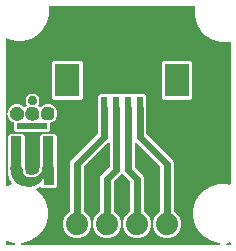
<source format=gbr>
G04 EAGLE Gerber RS-274X export*
G75*
%MOMM*%
%FSLAX25Y25*%
%LPD*%
%INTop_layer*%
%IPPOS*%
%AMOC8*
5,1,8,0,0,1.08239X$1,22.5*%
G01*
%ADD10R,0.600000X1.900000*%
%ADD11R,2.100000X2.800000*%
%ADD12C,1.879600*%
%ADD13R,0.508000X0.025400*%
%ADD14R,0.863600X0.025400*%
%ADD15R,1.117600X0.025400*%
%ADD16R,1.219200X0.025400*%
%ADD17R,1.371600X0.025400*%
%ADD18R,0.889000X0.025400*%
%ADD19R,1.473200X0.025400*%
%ADD20R,1.524000X0.025400*%
%ADD21R,1.625600X0.025400*%
%ADD22R,1.752600X0.025400*%
%ADD23R,1.803400X0.025400*%
%ADD24R,1.854200X0.025400*%
%ADD25R,1.930400X0.025400*%
%ADD26R,1.955800X0.025400*%
%ADD27R,2.057400X0.025400*%
%ADD28R,2.133600X0.025400*%
%ADD29R,2.235200X0.025400*%
%ADD30R,2.260600X0.025400*%
%ADD31R,2.336800X0.025400*%
%ADD32R,2.387600X0.025400*%
%ADD33R,2.438400X0.025400*%
%ADD34R,2.489200X0.025400*%
%ADD35R,2.540000X0.025400*%
%ADD36R,3.454400X0.025400*%
%ADD37R,3.479800X0.025400*%
%ADD38R,1.320800X0.025400*%
%ADD39R,1.600200X0.025400*%
%ADD40R,1.270000X0.025400*%
%ADD41R,1.549400X0.025400*%
%ADD42R,1.244600X0.025400*%
%ADD43R,1.498600X0.025400*%
%ADD44R,1.168400X0.025400*%
%ADD45R,1.422400X0.025400*%
%ADD46R,1.346200X0.025400*%
%ADD47R,1.092200X0.025400*%
%ADD48R,1.066800X0.025400*%
%ADD49R,1.041400X0.025400*%
%ADD50R,1.193800X0.025400*%
%ADD51R,1.016000X0.025400*%
%ADD52R,1.143000X0.025400*%
%ADD53R,0.990600X0.025400*%
%ADD54R,0.965200X0.025400*%
%ADD55R,0.939800X0.025400*%
%ADD56R,0.914400X0.025400*%
%ADD57R,2.565400X0.025400*%
%ADD58R,0.304800X0.025400*%
%ADD59R,0.330200X0.025400*%
%ADD60R,0.482600X0.025400*%
%ADD61R,0.558800X0.025400*%
%ADD62R,0.635000X0.025400*%
%ADD63R,0.660400X0.025400*%
%ADD64R,0.711200X0.025400*%
%ADD65R,0.685800X0.025400*%
%ADD66R,0.736600X0.025400*%
%ADD67R,0.812800X0.025400*%
%ADD68R,0.787400X0.025400*%
%ADD69R,0.838200X0.025400*%
%ADD70R,0.762000X0.025400*%
%ADD71R,0.533400X0.025400*%
%ADD72R,0.457200X0.025400*%
%ADD73R,0.254000X0.025400*%
%ADD74R,0.177800X0.025400*%
%ADD75R,0.279400X0.025400*%
%ADD76R,0.431800X0.025400*%
%ADD77R,0.584200X0.025400*%
%ADD78R,0.381000X0.025400*%
%ADD79R,0.101600X0.025400*%
%ADD80C,0.127000*%
%ADD81C,0.609600*%

G36*
X2205590Y177839D02*
X2205590Y177839D01*
X2205829Y177815D01*
X2206800Y178037D01*
X2207781Y178198D01*
X2207993Y178310D01*
X2208228Y178364D01*
X2209079Y178884D01*
X2209957Y179348D01*
X2210122Y179523D01*
X2210327Y179648D01*
X2210965Y180410D01*
X2211652Y181132D01*
X2211753Y181351D01*
X2211907Y181535D01*
X2212269Y182460D01*
X2212689Y183363D01*
X2212716Y183602D01*
X2212804Y183827D01*
X2212852Y184822D01*
X2212962Y185809D01*
X2212912Y186043D01*
X2212923Y186284D01*
X2212652Y187243D01*
X2212441Y188214D01*
X2212318Y188421D01*
X2212253Y188652D01*
X2211690Y189473D01*
X2211181Y190328D01*
X2210998Y190484D01*
X2210863Y190683D01*
X2210070Y191280D01*
X2209313Y191929D01*
X2209089Y192020D01*
X2208898Y192164D01*
X2207325Y192779D01*
X2142886Y210045D01*
X2085514Y243169D01*
X2038669Y290014D01*
X2005546Y347385D01*
X1988399Y411376D01*
X1988399Y477624D01*
X2005546Y541614D01*
X2038669Y598986D01*
X2085514Y645831D01*
X2142885Y678954D01*
X2206876Y696100D01*
X2273124Y696100D01*
X2296728Y689776D01*
X2297910Y689658D01*
X2299089Y689526D01*
X2299133Y689535D01*
X2299177Y689531D01*
X2300331Y689795D01*
X2301494Y690047D01*
X2301533Y690070D01*
X2301575Y690079D01*
X2302589Y690700D01*
X2303608Y691307D01*
X2303636Y691341D01*
X2303674Y691364D01*
X2304432Y692268D01*
X2305210Y693175D01*
X2305227Y693217D01*
X2305254Y693250D01*
X2305684Y694348D01*
X2306132Y695457D01*
X2306138Y695509D01*
X2306151Y695542D01*
X2306158Y695689D01*
X2306319Y697135D01*
X2306319Y1890262D01*
X2306128Y1891431D01*
X2305949Y1892607D01*
X2305929Y1892647D01*
X2305922Y1892690D01*
X2305375Y1893724D01*
X2304824Y1894796D01*
X2304792Y1894827D01*
X2304771Y1894865D01*
X2303907Y1895687D01*
X2303059Y1896511D01*
X2303020Y1896529D01*
X2302988Y1896560D01*
X2301908Y1897063D01*
X2300840Y1897574D01*
X2300796Y1897580D01*
X2300756Y1897598D01*
X2299592Y1897728D01*
X2298398Y1897875D01*
X2298346Y1897867D01*
X2298311Y1897871D01*
X2298168Y1897840D01*
X2296728Y1897621D01*
X2285824Y1894699D01*
X2219576Y1894699D01*
X2155585Y1911846D01*
X2098214Y1944969D01*
X2051369Y1991814D01*
X2018246Y2049185D01*
X2001099Y2113176D01*
X2001099Y2179424D01*
X2005308Y2195128D01*
X2005426Y2196310D01*
X2005557Y2197489D01*
X2005548Y2197533D01*
X2005552Y2197577D01*
X2005288Y2198731D01*
X2005036Y2199894D01*
X2005013Y2199933D01*
X2005004Y2199975D01*
X2004383Y2200989D01*
X2003776Y2202008D01*
X2003743Y2202036D01*
X2003719Y2202074D01*
X2002815Y2202832D01*
X2001908Y2203610D01*
X2001866Y2203627D01*
X2001833Y2203654D01*
X2000735Y2204084D01*
X1999626Y2204532D01*
X1999574Y2204538D01*
X1999541Y2204551D01*
X1999394Y2204558D01*
X1997948Y2204719D01*
X774055Y2204719D01*
X772886Y2204528D01*
X771709Y2204349D01*
X771670Y2204329D01*
X771627Y2204322D01*
X770581Y2203769D01*
X769521Y2203223D01*
X769490Y2203192D01*
X769451Y2203171D01*
X768631Y2202308D01*
X767806Y2201459D01*
X767787Y2201419D01*
X767756Y2201388D01*
X767259Y2200318D01*
X766742Y2199240D01*
X766737Y2199196D01*
X766718Y2199156D01*
X766588Y2197990D01*
X766442Y2196798D01*
X766449Y2196745D01*
X766446Y2196711D01*
X766476Y2196569D01*
X766695Y2195128D01*
X767500Y2192124D01*
X767500Y2125876D01*
X750354Y2061885D01*
X717231Y2004514D01*
X670386Y1957669D01*
X613014Y1924546D01*
X549024Y1907399D01*
X482776Y1907399D01*
X418785Y1924546D01*
X410210Y1929497D01*
X409319Y1929833D01*
X408456Y1930235D01*
X408175Y1930267D01*
X407908Y1930367D01*
X406956Y1930403D01*
X406011Y1930508D01*
X405733Y1930448D01*
X405449Y1930458D01*
X404535Y1930188D01*
X403606Y1929987D01*
X403362Y1929842D01*
X403089Y1929761D01*
X402309Y1929213D01*
X401492Y1928727D01*
X401307Y1928511D01*
X401074Y1928348D01*
X400511Y1927582D01*
X399890Y1926858D01*
X399783Y1926594D01*
X399615Y1926366D01*
X399325Y1925460D01*
X398968Y1924577D01*
X398928Y1924223D01*
X398864Y1924023D01*
X398869Y1923689D01*
X398781Y1922898D01*
X398781Y1293640D01*
X398787Y1293601D01*
X398781Y1293562D01*
X398988Y1292372D01*
X399178Y1291212D01*
X399196Y1291177D01*
X399203Y1291138D01*
X399638Y1290336D01*
X399444Y1289856D01*
X398985Y1288754D01*
X398983Y1288714D01*
X398968Y1288678D01*
X398781Y1287000D01*
X398781Y686927D01*
X398972Y685757D01*
X399151Y684581D01*
X399171Y684541D01*
X399178Y684498D01*
X399728Y683458D01*
X400276Y682393D01*
X400308Y682362D01*
X400329Y682323D01*
X401193Y681502D01*
X402041Y680678D01*
X402080Y680658D01*
X402113Y680628D01*
X403199Y680123D01*
X404260Y679614D01*
X404303Y679609D01*
X404344Y679590D01*
X405521Y679459D01*
X406702Y679313D01*
X406754Y679321D01*
X406789Y679317D01*
X406932Y679348D01*
X408372Y679567D01*
X446778Y689858D01*
X447645Y690249D01*
X448540Y690576D01*
X448762Y690753D01*
X449021Y690870D01*
X449719Y691518D01*
X450462Y692113D01*
X450616Y692351D01*
X450824Y692544D01*
X451278Y693381D01*
X451794Y694182D01*
X451863Y694457D01*
X451999Y694706D01*
X452164Y695644D01*
X452397Y696567D01*
X452375Y696851D01*
X452424Y697130D01*
X452282Y698071D01*
X452208Y699021D01*
X452098Y699282D01*
X452055Y699563D01*
X451619Y700410D01*
X451248Y701286D01*
X451026Y701563D01*
X450929Y701751D01*
X450753Y701923D01*
X450703Y702228D01*
X450633Y703135D01*
X450505Y703438D01*
X450452Y703761D01*
X450028Y704563D01*
X449672Y705401D01*
X449413Y705726D01*
X449301Y705936D01*
X449065Y706161D01*
X448618Y706720D01*
X443109Y712229D01*
X443083Y712388D01*
X443013Y713295D01*
X442885Y713598D01*
X442832Y713921D01*
X442408Y714723D01*
X442052Y715561D01*
X441793Y715886D01*
X441681Y716096D01*
X441445Y716321D01*
X440998Y716880D01*
X440569Y717309D01*
X440543Y717468D01*
X440473Y718375D01*
X440345Y718678D01*
X440292Y719001D01*
X439868Y719803D01*
X439512Y720641D01*
X439253Y720966D01*
X439141Y721176D01*
X438905Y721401D01*
X438458Y721960D01*
X435609Y724809D01*
X435609Y726733D01*
X435463Y727628D01*
X435393Y728535D01*
X435265Y728838D01*
X435212Y729161D01*
X434788Y729963D01*
X434432Y730801D01*
X434173Y731126D01*
X434061Y731336D01*
X433825Y731561D01*
X433378Y732120D01*
X430409Y735089D01*
X430383Y735250D01*
X430313Y736156D01*
X430185Y736458D01*
X430132Y736781D01*
X429707Y737585D01*
X429352Y738422D01*
X429093Y738746D01*
X428981Y738957D01*
X428745Y739181D01*
X428298Y739741D01*
X427989Y740049D01*
X427989Y744513D01*
X427843Y745408D01*
X427773Y746315D01*
X427645Y746618D01*
X427592Y746941D01*
X427168Y747743D01*
X426812Y748581D01*
X426553Y748906D01*
X426441Y749116D01*
X426205Y749341D01*
X425758Y749900D01*
X425449Y750209D01*
X425449Y757213D01*
X425303Y758108D01*
X425233Y759015D01*
X425105Y759318D01*
X425052Y759641D01*
X424628Y760443D01*
X424272Y761281D01*
X424013Y761606D01*
X423901Y761816D01*
X423665Y762041D01*
X423218Y762600D01*
X422909Y762909D01*
X422909Y764833D01*
X422763Y765728D01*
X422693Y766635D01*
X422565Y766938D01*
X422512Y767261D01*
X422088Y768063D01*
X421732Y768901D01*
X421473Y769226D01*
X421361Y769436D01*
X421125Y769661D01*
X420678Y770220D01*
X420369Y770529D01*
X420369Y790233D01*
X420223Y791130D01*
X420153Y792036D01*
X420025Y792338D01*
X419972Y792661D01*
X419547Y793465D01*
X419192Y794302D01*
X418933Y794626D01*
X418821Y794837D01*
X418585Y795061D01*
X418138Y795621D01*
X417829Y795929D01*
X417829Y1103991D01*
X432709Y1118870D01*
X545191Y1118870D01*
X560070Y1103991D01*
X560070Y845527D01*
X560217Y844632D01*
X560287Y843724D01*
X560415Y843422D01*
X560468Y843099D01*
X560892Y842296D01*
X561248Y841459D01*
X561507Y841134D01*
X561618Y840923D01*
X561855Y840699D01*
X562302Y840139D01*
X562610Y839831D01*
X562610Y830287D01*
X562757Y829390D01*
X562827Y828483D01*
X562955Y828182D01*
X563008Y827858D01*
X563433Y827055D01*
X563788Y826218D01*
X564047Y825894D01*
X564158Y825683D01*
X564395Y825458D01*
X564842Y824899D01*
X565150Y824591D01*
X565150Y815047D01*
X565297Y814150D01*
X565367Y813243D01*
X565495Y812942D01*
X565548Y812618D01*
X565973Y811815D01*
X566328Y810978D01*
X566587Y810654D01*
X566698Y810443D01*
X566935Y810218D01*
X567382Y809659D01*
X567690Y809351D01*
X567690Y807427D01*
X567837Y806532D01*
X567907Y805624D01*
X568035Y805322D01*
X568088Y804999D01*
X568512Y804196D01*
X568868Y803359D01*
X569127Y803034D01*
X569238Y802823D01*
X569475Y802599D01*
X569922Y802039D01*
X570230Y801731D01*
X570230Y799807D01*
X570377Y798912D01*
X570447Y798004D01*
X570575Y797702D01*
X570628Y797379D01*
X571052Y796576D01*
X571408Y795739D01*
X571667Y795414D01*
X571778Y795203D01*
X572015Y794979D01*
X572462Y794419D01*
X572770Y794111D01*
X572770Y792187D01*
X572917Y791292D01*
X572987Y790384D01*
X573115Y790082D01*
X573168Y789759D01*
X573592Y788956D01*
X573948Y788119D01*
X574207Y787794D01*
X574318Y787583D01*
X574555Y787359D01*
X575002Y786799D01*
X581059Y780742D01*
X581798Y780212D01*
X582487Y779620D01*
X582792Y779497D01*
X583058Y779306D01*
X583927Y779038D01*
X584769Y778698D01*
X585181Y778652D01*
X585409Y778581D01*
X585736Y778590D01*
X586447Y778510D01*
X588371Y778510D01*
X588679Y778202D01*
X589417Y777672D01*
X590107Y777080D01*
X590411Y776957D01*
X590677Y776766D01*
X591546Y776498D01*
X592388Y776158D01*
X592801Y776112D01*
X593029Y776041D01*
X593356Y776050D01*
X593374Y776048D01*
X593759Y775662D01*
X594498Y775132D01*
X595187Y774540D01*
X595492Y774417D01*
X595758Y774226D01*
X596627Y773958D01*
X597469Y773618D01*
X597881Y773572D01*
X598109Y773501D01*
X598436Y773510D01*
X598453Y773508D01*
X598839Y773122D01*
X599578Y772592D01*
X600267Y772000D01*
X600572Y771877D01*
X600838Y771686D01*
X601707Y771418D01*
X602549Y771078D01*
X602961Y771032D01*
X603189Y770961D01*
X603516Y770970D01*
X604227Y770890D01*
X630213Y770890D01*
X631108Y771037D01*
X632015Y771107D01*
X632318Y771235D01*
X632641Y771288D01*
X633443Y771712D01*
X634281Y772068D01*
X634606Y772327D01*
X634816Y772438D01*
X635041Y772675D01*
X635600Y773122D01*
X636029Y773551D01*
X636188Y773577D01*
X637095Y773647D01*
X637398Y773775D01*
X637721Y773828D01*
X638523Y774252D01*
X639361Y774608D01*
X639686Y774867D01*
X639896Y774978D01*
X640121Y775215D01*
X640680Y775662D01*
X641109Y776091D01*
X641270Y776117D01*
X642176Y776187D01*
X642478Y776315D01*
X642801Y776368D01*
X643605Y776793D01*
X644442Y777148D01*
X644766Y777407D01*
X644977Y777518D01*
X645201Y777755D01*
X645761Y778202D01*
X646069Y778510D01*
X647993Y778510D01*
X648888Y778657D01*
X649795Y778727D01*
X650098Y778855D01*
X650421Y778908D01*
X651223Y779332D01*
X652061Y779688D01*
X652386Y779947D01*
X652596Y780058D01*
X652821Y780295D01*
X653380Y780742D01*
X653689Y781050D01*
X655613Y781050D01*
X656508Y781197D01*
X657415Y781267D01*
X657718Y781395D01*
X658041Y781448D01*
X658842Y781872D01*
X659681Y782227D01*
X660006Y782487D01*
X660216Y782598D01*
X660441Y782835D01*
X661000Y783282D01*
X667058Y789339D01*
X669598Y791879D01*
X670128Y792618D01*
X670720Y793307D01*
X670843Y793612D01*
X671034Y793878D01*
X671302Y794747D01*
X671642Y795589D01*
X671688Y796001D01*
X671758Y796229D01*
X671750Y796556D01*
X671752Y796573D01*
X677218Y802039D01*
X677748Y802778D01*
X678340Y803467D01*
X678463Y803772D01*
X678654Y804038D01*
X678922Y804907D01*
X679262Y805749D01*
X679308Y806161D01*
X679378Y806389D01*
X679370Y806716D01*
X679449Y807427D01*
X679449Y809351D01*
X679758Y809659D01*
X680288Y810397D01*
X680880Y811087D01*
X681003Y811391D01*
X681194Y811657D01*
X681462Y812526D01*
X681802Y813368D01*
X681848Y813781D01*
X681918Y814009D01*
X681910Y814336D01*
X681989Y815047D01*
X681989Y819511D01*
X682298Y819819D01*
X682828Y820557D01*
X683420Y821247D01*
X683543Y821551D01*
X683734Y821817D01*
X684002Y822686D01*
X684342Y823528D01*
X684388Y823941D01*
X684458Y824169D01*
X684450Y824496D01*
X684529Y825207D01*
X684529Y827131D01*
X684838Y827439D01*
X685368Y828177D01*
X685960Y828867D01*
X686083Y829171D01*
X686274Y829437D01*
X686542Y830306D01*
X686882Y831148D01*
X686928Y831561D01*
X686998Y831789D01*
X686990Y832116D01*
X687069Y832827D01*
X687069Y844911D01*
X687378Y845219D01*
X687908Y845958D01*
X688500Y846647D01*
X688623Y846952D01*
X688814Y847218D01*
X689082Y848087D01*
X689422Y848929D01*
X689468Y849341D01*
X689538Y849569D01*
X689530Y849896D01*
X689609Y850607D01*
X689609Y1103991D01*
X704489Y1118870D01*
X816971Y1118870D01*
X831850Y1103991D01*
X831850Y671469D01*
X816971Y656589D01*
X707028Y656589D01*
X696268Y667350D01*
X696108Y667465D01*
X695985Y667619D01*
X695113Y668180D01*
X694270Y668787D01*
X694082Y668845D01*
X693916Y668951D01*
X692911Y669205D01*
X691918Y669511D01*
X691721Y669506D01*
X691531Y669554D01*
X690497Y669475D01*
X689458Y669448D01*
X689273Y669381D01*
X689077Y669366D01*
X688123Y668961D01*
X687146Y668605D01*
X686993Y668482D01*
X686812Y668405D01*
X685492Y667351D01*
X684770Y666629D01*
X684612Y666603D01*
X683704Y666533D01*
X683402Y666405D01*
X683079Y666352D01*
X682276Y665928D01*
X681439Y665572D01*
X681114Y665313D01*
X680903Y665201D01*
X680679Y664965D01*
X680119Y664518D01*
X679690Y664089D01*
X679532Y664063D01*
X678624Y663993D01*
X678322Y663865D01*
X677999Y663812D01*
X677196Y663388D01*
X676359Y663032D01*
X676034Y662773D01*
X675823Y662661D01*
X675599Y662425D01*
X675039Y661978D01*
X672070Y659009D01*
X671912Y658983D01*
X671004Y658913D01*
X670702Y658785D01*
X670379Y658732D01*
X669576Y658308D01*
X668739Y657952D01*
X668414Y657693D01*
X668203Y657581D01*
X667979Y657345D01*
X667419Y656898D01*
X667111Y656589D01*
X665322Y656589D01*
X664615Y656474D01*
X663900Y656455D01*
X663409Y656276D01*
X662893Y656192D01*
X662261Y655858D01*
X661588Y655612D01*
X661180Y655285D01*
X660718Y655041D01*
X660225Y654522D01*
X659666Y654075D01*
X659384Y653637D01*
X659023Y653258D01*
X658721Y652607D01*
X658334Y652006D01*
X658206Y651500D01*
X657985Y651026D01*
X657906Y650315D01*
X657730Y649621D01*
X657770Y649099D01*
X657713Y648581D01*
X657864Y647882D01*
X657919Y647167D01*
X658123Y646686D01*
X658233Y646176D01*
X658600Y645561D01*
X658880Y644902D01*
X659327Y644342D01*
X659494Y644062D01*
X659674Y643908D01*
X659934Y643582D01*
X704531Y598986D01*
X737654Y541614D01*
X754800Y477624D01*
X754800Y411376D01*
X737654Y347385D01*
X704531Y290014D01*
X657686Y243169D01*
X600314Y210045D01*
X535875Y192779D01*
X535656Y192680D01*
X535418Y192642D01*
X534541Y192177D01*
X533632Y191767D01*
X533455Y191603D01*
X533243Y191491D01*
X532557Y190769D01*
X531829Y190093D01*
X531714Y189882D01*
X531548Y189707D01*
X531128Y188805D01*
X530653Y187931D01*
X530612Y187693D01*
X530510Y187476D01*
X530400Y186488D01*
X530228Y185507D01*
X530264Y185269D01*
X530238Y185030D01*
X530448Y184058D01*
X530598Y183074D01*
X530708Y182860D01*
X530758Y182625D01*
X531268Y181772D01*
X531723Y180886D01*
X531896Y180718D01*
X532019Y180512D01*
X532774Y179864D01*
X533488Y179171D01*
X533704Y179067D01*
X533887Y178910D01*
X534811Y178536D01*
X535707Y178107D01*
X535945Y178078D01*
X536168Y177988D01*
X537847Y177800D01*
X2205353Y177800D01*
X2205590Y177839D01*
G37*
%LPC*%
G36*
X979553Y236219D02*
X979553Y236219D01*
X935676Y254394D01*
X902094Y287976D01*
X883919Y331853D01*
X883919Y379346D01*
X902094Y423223D01*
X935676Y456806D01*
X942716Y459722D01*
X943710Y460338D01*
X944708Y460933D01*
X944751Y460983D01*
X944808Y461018D01*
X945549Y461914D01*
X946310Y462801D01*
X946335Y462863D01*
X946377Y462913D01*
X946794Y463999D01*
X947232Y465083D01*
X947241Y465161D01*
X947260Y465210D01*
X947268Y465407D01*
X947419Y466761D01*
X947419Y874715D01*
X955927Y895253D01*
X1176188Y1115515D01*
X1176718Y1116253D01*
X1177310Y1116943D01*
X1177433Y1117247D01*
X1177624Y1117513D01*
X1177892Y1118382D01*
X1178232Y1119224D01*
X1178278Y1119637D01*
X1178348Y1119865D01*
X1178340Y1120191D01*
X1178419Y1120903D01*
X1178419Y1349400D01*
X1178468Y1349608D01*
X1178712Y1350211D01*
X1178805Y1351043D01*
X1178882Y1351369D01*
X1178863Y1351565D01*
X1178899Y1351890D01*
X1178899Y1443621D01*
X1193779Y1458500D01*
X1274821Y1458500D01*
X1278912Y1454409D01*
X1279072Y1454294D01*
X1279195Y1454141D01*
X1280069Y1453578D01*
X1280911Y1452973D01*
X1281098Y1452915D01*
X1281264Y1452808D01*
X1282270Y1452554D01*
X1283262Y1452248D01*
X1283459Y1452253D01*
X1283650Y1452205D01*
X1284685Y1452285D01*
X1285722Y1452312D01*
X1285907Y1452379D01*
X1286103Y1452394D01*
X1287058Y1452799D01*
X1288034Y1453155D01*
X1288188Y1453278D01*
X1288368Y1453355D01*
X1289688Y1454409D01*
X1293778Y1458500D01*
X1374821Y1458500D01*
X1378912Y1454409D01*
X1379072Y1454294D01*
X1379195Y1454141D01*
X1380069Y1453578D01*
X1380911Y1452973D01*
X1381098Y1452915D01*
X1381264Y1452808D01*
X1382270Y1452554D01*
X1383262Y1452248D01*
X1383459Y1452253D01*
X1383650Y1452205D01*
X1384685Y1452285D01*
X1385722Y1452312D01*
X1385907Y1452379D01*
X1386103Y1452394D01*
X1387058Y1452799D01*
X1388034Y1453155D01*
X1388188Y1453278D01*
X1388368Y1453355D01*
X1389688Y1454409D01*
X1393778Y1458500D01*
X1474821Y1458500D01*
X1478912Y1454409D01*
X1479072Y1454294D01*
X1479195Y1454141D01*
X1480069Y1453578D01*
X1480911Y1452973D01*
X1481098Y1452915D01*
X1481264Y1452808D01*
X1482270Y1452554D01*
X1483262Y1452248D01*
X1483459Y1452253D01*
X1483650Y1452205D01*
X1484685Y1452285D01*
X1485722Y1452312D01*
X1485907Y1452379D01*
X1486103Y1452394D01*
X1487058Y1452799D01*
X1488034Y1453155D01*
X1488188Y1453278D01*
X1488368Y1453355D01*
X1489688Y1454409D01*
X1493778Y1458500D01*
X1574821Y1458500D01*
X1589700Y1443621D01*
X1589700Y1351890D01*
X1589806Y1351247D01*
X1589811Y1350596D01*
X1590044Y1349792D01*
X1590098Y1349461D01*
X1590180Y1349305D01*
X1590180Y1120903D01*
X1590327Y1120007D01*
X1590397Y1119100D01*
X1590525Y1118797D01*
X1590578Y1118474D01*
X1591002Y1117672D01*
X1591358Y1116834D01*
X1591617Y1116509D01*
X1591728Y1116299D01*
X1591965Y1116074D01*
X1592412Y1115515D01*
X1812673Y895253D01*
X1821180Y874715D01*
X1821180Y466761D01*
X1821369Y465606D01*
X1821537Y464457D01*
X1821567Y464398D01*
X1821578Y464333D01*
X1822124Y463300D01*
X1822650Y462262D01*
X1822698Y462216D01*
X1822728Y462157D01*
X1823577Y461351D01*
X1824405Y460537D01*
X1824473Y460499D01*
X1824512Y460462D01*
X1824691Y460379D01*
X1825884Y459722D01*
X1832923Y456806D01*
X1866506Y423223D01*
X1884680Y379346D01*
X1884680Y331853D01*
X1866506Y287976D01*
X1832923Y254394D01*
X1789046Y236219D01*
X1741553Y236219D01*
X1697676Y254394D01*
X1664094Y287976D01*
X1645919Y331853D01*
X1645919Y379346D01*
X1664094Y423223D01*
X1697676Y456806D01*
X1704716Y459722D01*
X1705710Y460338D01*
X1706708Y460933D01*
X1706751Y460983D01*
X1706808Y461018D01*
X1707549Y461914D01*
X1708310Y462801D01*
X1708335Y462863D01*
X1708377Y462913D01*
X1708794Y463999D01*
X1709232Y465083D01*
X1709241Y465161D01*
X1709260Y465210D01*
X1709268Y465407D01*
X1709419Y466761D01*
X1709419Y837297D01*
X1709273Y838191D01*
X1709203Y839100D01*
X1709075Y839403D01*
X1709022Y839726D01*
X1708598Y840528D01*
X1708242Y841366D01*
X1707983Y841691D01*
X1707871Y841901D01*
X1707635Y842126D01*
X1707188Y842685D01*
X1503188Y1046686D01*
X1502606Y1047103D01*
X1502087Y1047597D01*
X1501613Y1047817D01*
X1501189Y1048122D01*
X1500504Y1048333D01*
X1499856Y1048634D01*
X1499338Y1048692D01*
X1498838Y1048846D01*
X1498121Y1048828D01*
X1497410Y1048907D01*
X1496899Y1048797D01*
X1496378Y1048783D01*
X1495705Y1048538D01*
X1495005Y1048386D01*
X1494557Y1048119D01*
X1494066Y1047940D01*
X1493506Y1047493D01*
X1492892Y1047126D01*
X1492552Y1046729D01*
X1492144Y1046403D01*
X1491757Y1045803D01*
X1491290Y1045258D01*
X1491094Y1044772D01*
X1490812Y1044334D01*
X1490636Y1043641D01*
X1490368Y1042976D01*
X1490288Y1042265D01*
X1490208Y1041948D01*
X1490226Y1041711D01*
X1490180Y1041298D01*
X1490180Y839903D01*
X1490327Y839007D01*
X1490397Y838100D01*
X1490525Y837797D01*
X1490578Y837474D01*
X1491002Y836672D01*
X1491358Y835834D01*
X1491617Y835509D01*
X1491728Y835299D01*
X1491965Y835074D01*
X1492412Y834515D01*
X1558673Y768253D01*
X1567180Y747715D01*
X1567180Y466761D01*
X1567369Y465606D01*
X1567537Y464457D01*
X1567567Y464398D01*
X1567578Y464333D01*
X1568124Y463300D01*
X1568650Y462262D01*
X1568698Y462216D01*
X1568728Y462157D01*
X1569577Y461351D01*
X1570405Y460537D01*
X1570473Y460499D01*
X1570512Y460462D01*
X1570691Y460379D01*
X1571884Y459722D01*
X1578923Y456806D01*
X1612506Y423223D01*
X1630680Y379346D01*
X1630680Y331853D01*
X1612506Y287976D01*
X1578923Y254394D01*
X1535046Y236219D01*
X1487553Y236219D01*
X1443676Y254394D01*
X1410094Y287976D01*
X1391919Y331853D01*
X1391919Y379346D01*
X1410094Y423223D01*
X1443676Y456806D01*
X1450716Y459722D01*
X1451710Y460338D01*
X1452708Y460933D01*
X1452751Y460983D01*
X1452808Y461018D01*
X1453549Y461914D01*
X1454310Y462801D01*
X1454335Y462863D01*
X1454377Y462913D01*
X1454794Y463999D01*
X1455232Y465083D01*
X1455241Y465161D01*
X1455260Y465210D01*
X1455268Y465407D01*
X1455419Y466761D01*
X1455419Y710297D01*
X1455273Y711193D01*
X1455203Y712100D01*
X1455075Y712403D01*
X1455022Y712726D01*
X1454598Y713528D01*
X1454242Y714366D01*
X1453983Y714691D01*
X1453871Y714901D01*
X1453635Y715126D01*
X1453188Y715685D01*
X1389688Y779185D01*
X1389527Y779300D01*
X1389405Y779453D01*
X1388535Y780013D01*
X1387689Y780622D01*
X1387501Y780680D01*
X1387336Y780786D01*
X1386333Y781039D01*
X1385338Y781346D01*
X1385141Y781341D01*
X1384950Y781389D01*
X1383913Y781309D01*
X1382878Y781283D01*
X1382694Y781216D01*
X1382497Y781201D01*
X1381540Y780795D01*
X1380566Y780439D01*
X1380412Y780316D01*
X1380231Y780240D01*
X1378912Y779185D01*
X1315412Y715685D01*
X1314882Y714947D01*
X1314290Y714257D01*
X1314167Y713953D01*
X1313976Y713687D01*
X1313708Y712818D01*
X1313368Y711976D01*
X1313322Y711563D01*
X1313251Y711335D01*
X1313260Y711008D01*
X1313180Y710297D01*
X1313180Y466761D01*
X1313369Y465606D01*
X1313537Y464457D01*
X1313567Y464398D01*
X1313578Y464333D01*
X1314124Y463300D01*
X1314650Y462262D01*
X1314698Y462216D01*
X1314728Y462157D01*
X1315577Y461351D01*
X1316405Y460537D01*
X1316473Y460499D01*
X1316512Y460462D01*
X1316691Y460379D01*
X1317884Y459722D01*
X1324923Y456806D01*
X1358506Y423223D01*
X1376680Y379346D01*
X1376680Y331853D01*
X1358506Y287976D01*
X1324923Y254394D01*
X1281046Y236219D01*
X1233553Y236219D01*
X1189676Y254394D01*
X1156094Y287976D01*
X1137919Y331853D01*
X1137919Y379346D01*
X1156094Y423223D01*
X1189676Y456806D01*
X1196716Y459722D01*
X1197710Y460338D01*
X1198708Y460933D01*
X1198751Y460983D01*
X1198808Y461018D01*
X1199549Y461914D01*
X1200310Y462801D01*
X1200335Y462863D01*
X1200377Y462913D01*
X1200794Y463999D01*
X1201232Y465083D01*
X1201241Y465161D01*
X1201260Y465210D01*
X1201268Y465407D01*
X1201419Y466761D01*
X1201419Y747715D01*
X1209927Y768253D01*
X1276188Y834515D01*
X1276718Y835253D01*
X1277310Y835943D01*
X1277433Y836247D01*
X1277624Y836513D01*
X1277892Y837382D01*
X1278232Y838224D01*
X1278278Y838637D01*
X1278348Y838865D01*
X1278340Y839191D01*
X1278419Y839903D01*
X1278419Y1041298D01*
X1278304Y1042005D01*
X1278285Y1042720D01*
X1278106Y1043211D01*
X1278022Y1043726D01*
X1277688Y1044358D01*
X1277442Y1045032D01*
X1277115Y1045440D01*
X1276871Y1045902D01*
X1276352Y1046395D01*
X1275905Y1046954D01*
X1275467Y1047236D01*
X1275088Y1047597D01*
X1274437Y1047899D01*
X1273836Y1048286D01*
X1273330Y1048414D01*
X1272856Y1048634D01*
X1272145Y1048714D01*
X1271451Y1048889D01*
X1270929Y1048849D01*
X1270411Y1048907D01*
X1269712Y1048756D01*
X1268997Y1048701D01*
X1268516Y1048497D01*
X1268006Y1048386D01*
X1267391Y1048020D01*
X1266732Y1047740D01*
X1266172Y1047293D01*
X1265892Y1047126D01*
X1265738Y1046946D01*
X1265412Y1046686D01*
X1061412Y842685D01*
X1060882Y841947D01*
X1060290Y841257D01*
X1060167Y840953D01*
X1059976Y840687D01*
X1059708Y839818D01*
X1059368Y838976D01*
X1059322Y838563D01*
X1059251Y838335D01*
X1059260Y838008D01*
X1059180Y837297D01*
X1059180Y466761D01*
X1059369Y465606D01*
X1059537Y464457D01*
X1059567Y464398D01*
X1059578Y464333D01*
X1060124Y463300D01*
X1060650Y462262D01*
X1060698Y462216D01*
X1060728Y462157D01*
X1061577Y461351D01*
X1062405Y460537D01*
X1062473Y460499D01*
X1062512Y460462D01*
X1062691Y460379D01*
X1063884Y459722D01*
X1070923Y456806D01*
X1104506Y423223D01*
X1122680Y379346D01*
X1122680Y331853D01*
X1104506Y287976D01*
X1070923Y254394D01*
X1027046Y236219D01*
X979553Y236219D01*
G37*
%LPD*%
%LPC*%
G36*
X486049Y1136649D02*
X486049Y1136649D01*
X471169Y1151529D01*
X471169Y1207611D01*
X471125Y1207883D01*
X471150Y1208158D01*
X470927Y1209094D01*
X470772Y1210039D01*
X470643Y1210283D01*
X470579Y1210552D01*
X470069Y1211368D01*
X469621Y1212215D01*
X469421Y1212405D01*
X469275Y1212639D01*
X468027Y1213777D01*
X467808Y1213936D01*
X467528Y1214076D01*
X467291Y1214280D01*
X466435Y1214626D01*
X465609Y1215041D01*
X465299Y1215085D01*
X465009Y1215202D01*
X463331Y1215389D01*
X460649Y1215389D01*
X460341Y1215698D01*
X460340Y1215698D01*
X457801Y1218238D01*
X457800Y1218238D01*
X455260Y1220778D01*
X454522Y1221308D01*
X453833Y1221900D01*
X453528Y1222023D01*
X453262Y1222214D01*
X452393Y1222482D01*
X451551Y1222822D01*
X451138Y1222868D01*
X450910Y1222938D01*
X450584Y1222930D01*
X450566Y1222932D01*
X438080Y1235418D01*
X437806Y1235615D01*
X437171Y1236195D01*
X428987Y1242141D01*
X428411Y1243913D01*
X427976Y1244756D01*
X427919Y1244891D01*
X427616Y1246358D01*
X427188Y1247675D01*
X426754Y1248517D01*
X426384Y1249389D01*
X426159Y1249671D01*
X426060Y1249862D01*
X425820Y1250095D01*
X425330Y1250708D01*
X425329Y1250709D01*
X425303Y1250868D01*
X425233Y1251775D01*
X425105Y1252078D01*
X425052Y1252401D01*
X424628Y1253203D01*
X424272Y1254041D01*
X424013Y1254366D01*
X423901Y1254576D01*
X423665Y1254801D01*
X423218Y1255360D01*
X422789Y1255789D01*
X422763Y1255950D01*
X422693Y1256856D01*
X422565Y1257158D01*
X422512Y1257481D01*
X422087Y1258285D01*
X421732Y1259122D01*
X421473Y1259446D01*
X421361Y1259657D01*
X421125Y1259881D01*
X420678Y1260441D01*
X420369Y1260749D01*
X420369Y1267456D01*
X420343Y1267615D01*
X420359Y1267760D01*
X420322Y1267933D01*
X420338Y1268153D01*
X419997Y1269808D01*
X419854Y1270248D01*
X419419Y1271092D01*
X419049Y1271964D01*
X418824Y1272246D01*
X418727Y1272435D01*
X418488Y1272667D01*
X417995Y1273284D01*
X417829Y1273449D01*
X417829Y1275273D01*
X417816Y1275353D01*
X417819Y1275380D01*
X417789Y1275520D01*
X417773Y1275621D01*
X417797Y1275973D01*
X417457Y1277628D01*
X413647Y1289354D01*
X413628Y1289390D01*
X413622Y1289428D01*
X413182Y1290260D01*
X413647Y1291286D01*
X417457Y1303012D01*
X417503Y1303319D01*
X417547Y1303412D01*
X417553Y1303467D01*
X417642Y1303688D01*
X417829Y1305367D01*
X417829Y1307191D01*
X417995Y1307356D01*
X418550Y1308128D01*
X419158Y1308853D01*
X419306Y1309181D01*
X419431Y1309354D01*
X419529Y1309674D01*
X419854Y1310392D01*
X419997Y1310832D01*
X420014Y1310942D01*
X420055Y1311031D01*
X420080Y1311253D01*
X420182Y1311506D01*
X420369Y1313184D01*
X420369Y1319891D01*
X420678Y1320199D01*
X421208Y1320937D01*
X421800Y1321627D01*
X421923Y1321931D01*
X422114Y1322197D01*
X422382Y1323066D01*
X422722Y1323908D01*
X422768Y1324321D01*
X422838Y1324549D01*
X422830Y1324876D01*
X422832Y1324894D01*
X423218Y1325279D01*
X423748Y1326018D01*
X424340Y1326707D01*
X424463Y1327012D01*
X424654Y1327278D01*
X424922Y1328147D01*
X425262Y1328989D01*
X425308Y1329401D01*
X425378Y1329629D01*
X425370Y1329956D01*
X425374Y1329993D01*
X425882Y1330699D01*
X426492Y1331426D01*
X426641Y1331756D01*
X426766Y1331929D01*
X426864Y1332248D01*
X427189Y1332965D01*
X427617Y1334282D01*
X427670Y1334630D01*
X427802Y1334958D01*
X427865Y1335520D01*
X427989Y1335693D01*
X428087Y1336011D01*
X428411Y1336727D01*
X428987Y1338499D01*
X437170Y1344444D01*
X437407Y1344683D01*
X438080Y1345221D01*
X450178Y1357320D01*
X450181Y1357322D01*
X450610Y1357751D01*
X450768Y1357777D01*
X451675Y1357847D01*
X451978Y1357975D01*
X452301Y1358028D01*
X453103Y1358452D01*
X453941Y1358808D01*
X454266Y1359067D01*
X454476Y1359178D01*
X454701Y1359415D01*
X455260Y1359862D01*
X458229Y1362831D01*
X458388Y1362857D01*
X459295Y1362927D01*
X459598Y1363055D01*
X459921Y1363108D01*
X460723Y1363532D01*
X461561Y1363888D01*
X461886Y1364147D01*
X462096Y1364258D01*
X462321Y1364495D01*
X462880Y1364942D01*
X463189Y1365250D01*
X463331Y1365250D01*
X463641Y1365301D01*
X463954Y1365276D01*
X464849Y1365499D01*
X465759Y1365648D01*
X466037Y1365794D01*
X466342Y1365870D01*
X467810Y1366706D01*
X469971Y1368276D01*
X520629Y1368276D01*
X522790Y1366706D01*
X523070Y1366565D01*
X523309Y1366360D01*
X524165Y1366014D01*
X524988Y1365600D01*
X525299Y1365555D01*
X525590Y1365438D01*
X527269Y1365250D01*
X529951Y1365250D01*
X530259Y1364942D01*
X530998Y1364412D01*
X531687Y1363820D01*
X531992Y1363697D01*
X532258Y1363506D01*
X533127Y1363238D01*
X533969Y1362898D01*
X534381Y1362852D01*
X534609Y1362781D01*
X534936Y1362790D01*
X534953Y1362788D01*
X535339Y1362402D01*
X536078Y1361872D01*
X536767Y1361280D01*
X537072Y1361157D01*
X537338Y1360966D01*
X538207Y1360698D01*
X539049Y1360358D01*
X539461Y1360312D01*
X539689Y1360241D01*
X540016Y1360250D01*
X540034Y1360248D01*
X548039Y1352242D01*
X548040Y1352241D01*
X555952Y1344329D01*
X556112Y1344215D01*
X556234Y1344061D01*
X557107Y1343499D01*
X557950Y1342893D01*
X558138Y1342835D01*
X558303Y1342729D01*
X559309Y1342474D01*
X560302Y1342168D01*
X560499Y1342173D01*
X560689Y1342125D01*
X561723Y1342205D01*
X562762Y1342231D01*
X562947Y1342299D01*
X563143Y1342314D01*
X564097Y1342718D01*
X565073Y1343075D01*
X565227Y1343198D01*
X565408Y1343275D01*
X566728Y1344329D01*
X578451Y1356052D01*
X578565Y1356212D01*
X578719Y1356335D01*
X579282Y1357209D01*
X579887Y1358051D01*
X579945Y1358238D01*
X580051Y1358404D01*
X580306Y1359411D01*
X580611Y1360402D01*
X580606Y1360599D01*
X580654Y1360789D01*
X580575Y1361824D01*
X580548Y1362862D01*
X580481Y1363047D01*
X580466Y1363243D01*
X580061Y1364198D01*
X579705Y1365174D01*
X579582Y1365328D01*
X579505Y1365508D01*
X578450Y1366828D01*
X572769Y1372508D01*
X572769Y1374433D01*
X572623Y1375328D01*
X572553Y1376235D01*
X572425Y1376538D01*
X572372Y1376861D01*
X571948Y1377663D01*
X571592Y1378501D01*
X571333Y1378826D01*
X571221Y1379036D01*
X570985Y1379261D01*
X570538Y1379820D01*
X570109Y1380249D01*
X570083Y1380408D01*
X570013Y1381315D01*
X569885Y1381618D01*
X569832Y1381941D01*
X569408Y1382743D01*
X569052Y1383581D01*
X568793Y1383906D01*
X568681Y1384116D01*
X568445Y1384341D01*
X567998Y1384900D01*
X567689Y1385209D01*
X567689Y1400822D01*
X567611Y1401301D01*
X567628Y1401787D01*
X567552Y1402102D01*
X567641Y1402906D01*
X567687Y1403149D01*
X567677Y1403224D01*
X567689Y1403338D01*
X567689Y1418951D01*
X570538Y1421799D01*
X571068Y1422538D01*
X571660Y1423227D01*
X571783Y1423532D01*
X571974Y1423798D01*
X572242Y1424666D01*
X572582Y1425509D01*
X572628Y1425921D01*
X572698Y1426149D01*
X572690Y1426476D01*
X572769Y1427187D01*
X572769Y1429111D01*
X573078Y1429419D01*
X573608Y1430158D01*
X574200Y1430847D01*
X574323Y1431152D01*
X574514Y1431418D01*
X574781Y1432286D01*
X575122Y1433129D01*
X575168Y1433541D01*
X575238Y1433769D01*
X575230Y1434096D01*
X575232Y1434113D01*
X575618Y1434499D01*
X575619Y1434501D01*
X580559Y1439441D01*
X581036Y1440104D01*
X581107Y1440183D01*
X582076Y1440957D01*
X592849Y1451731D01*
X593008Y1451757D01*
X593915Y1451827D01*
X594218Y1451955D01*
X594541Y1452008D01*
X595343Y1452432D01*
X596181Y1452788D01*
X596506Y1453047D01*
X596716Y1453158D01*
X596941Y1453395D01*
X597500Y1453842D01*
X600349Y1456690D01*
X604813Y1456690D01*
X605708Y1456837D01*
X606615Y1456907D01*
X606918Y1457035D01*
X607241Y1457088D01*
X608043Y1457512D01*
X608881Y1457868D01*
X609206Y1458127D01*
X609416Y1458238D01*
X609641Y1458475D01*
X610200Y1458922D01*
X610509Y1459230D01*
X612203Y1459230D01*
X613329Y1459415D01*
X614466Y1459574D01*
X614563Y1459617D01*
X614632Y1459628D01*
X614838Y1459737D01*
X616013Y1460251D01*
X617020Y1460833D01*
X625451Y1459346D01*
X625773Y1459342D01*
X626774Y1459230D01*
X641711Y1459230D01*
X642019Y1458922D01*
X642758Y1458392D01*
X643447Y1457800D01*
X643752Y1457677D01*
X644018Y1457486D01*
X644887Y1457218D01*
X645729Y1456878D01*
X646141Y1456832D01*
X646369Y1456761D01*
X646696Y1456770D01*
X647407Y1456690D01*
X651871Y1456690D01*
X652179Y1456382D01*
X652918Y1455852D01*
X653607Y1455260D01*
X653912Y1455137D01*
X654178Y1454946D01*
X655047Y1454678D01*
X655889Y1454338D01*
X656301Y1454292D01*
X656529Y1454221D01*
X656856Y1454230D01*
X656873Y1454228D01*
X662339Y1448762D01*
X662340Y1448761D01*
X679571Y1431530D01*
X679597Y1431372D01*
X679667Y1430464D01*
X679795Y1430162D01*
X679848Y1429839D01*
X680272Y1429036D01*
X680628Y1428199D01*
X680887Y1427874D01*
X680998Y1427663D01*
X681235Y1427439D01*
X681682Y1426879D01*
X682111Y1426450D01*
X682137Y1426292D01*
X682207Y1425384D01*
X682335Y1425082D01*
X682388Y1424759D01*
X682812Y1423956D01*
X683168Y1423119D01*
X683427Y1422794D01*
X683538Y1422583D01*
X683775Y1422359D01*
X684222Y1421799D01*
X684530Y1421491D01*
X684530Y1380129D01*
X684222Y1379820D01*
X683692Y1379082D01*
X683100Y1378393D01*
X682977Y1378088D01*
X682786Y1377822D01*
X682518Y1376953D01*
X682178Y1376111D01*
X682132Y1375698D01*
X682061Y1375470D01*
X682070Y1375144D01*
X682068Y1375126D01*
X681682Y1374740D01*
X681152Y1374002D01*
X680560Y1373313D01*
X680437Y1373008D01*
X680246Y1372742D01*
X679978Y1371873D01*
X679638Y1371031D01*
X679592Y1370618D01*
X679521Y1370390D01*
X679530Y1370064D01*
X679528Y1370046D01*
X675039Y1365558D01*
X674925Y1365398D01*
X674771Y1365275D01*
X674208Y1364400D01*
X673603Y1363560D01*
X673545Y1363372D01*
X673439Y1363207D01*
X673184Y1362200D01*
X672878Y1361208D01*
X672883Y1361011D01*
X672835Y1360821D01*
X672915Y1359787D01*
X672941Y1358748D01*
X673009Y1358563D01*
X673024Y1358367D01*
X673428Y1357413D01*
X673785Y1356436D01*
X673908Y1356283D01*
X673985Y1356102D01*
X675039Y1354783D01*
X685492Y1344329D01*
X685652Y1344215D01*
X685774Y1344061D01*
X686647Y1343499D01*
X687490Y1342893D01*
X687678Y1342835D01*
X687843Y1342729D01*
X688849Y1342474D01*
X689842Y1342168D01*
X690039Y1342173D01*
X690229Y1342125D01*
X691263Y1342205D01*
X692302Y1342231D01*
X692487Y1342299D01*
X692683Y1342314D01*
X693637Y1342718D01*
X694613Y1343075D01*
X694767Y1343198D01*
X694948Y1343275D01*
X696268Y1344329D01*
X709261Y1357322D01*
X712229Y1360291D01*
X712388Y1360317D01*
X713295Y1360387D01*
X713598Y1360515D01*
X713921Y1360568D01*
X714723Y1360992D01*
X715561Y1361348D01*
X715886Y1361607D01*
X716096Y1361718D01*
X716321Y1361955D01*
X716880Y1362402D01*
X719729Y1365250D01*
X724500Y1365250D01*
X724811Y1365301D01*
X725123Y1365276D01*
X726019Y1365499D01*
X726929Y1365648D01*
X727206Y1365794D01*
X727511Y1365870D01*
X728979Y1366706D01*
X729678Y1367213D01*
X730333Y1367264D01*
X730635Y1367392D01*
X730958Y1367445D01*
X731611Y1367790D01*
X778871Y1367790D01*
X779179Y1367482D01*
X779918Y1366952D01*
X780607Y1366360D01*
X780912Y1366237D01*
X781178Y1366046D01*
X782047Y1365778D01*
X782889Y1365438D01*
X783301Y1365392D01*
X783529Y1365321D01*
X783856Y1365330D01*
X784567Y1365250D01*
X786491Y1365250D01*
X786799Y1364942D01*
X787538Y1364412D01*
X788227Y1363820D01*
X788532Y1363697D01*
X788798Y1363506D01*
X789667Y1363238D01*
X790509Y1362898D01*
X790921Y1362852D01*
X791149Y1362781D01*
X791476Y1362790D01*
X791493Y1362788D01*
X791879Y1362402D01*
X792618Y1361872D01*
X793307Y1361280D01*
X793612Y1361157D01*
X793878Y1360966D01*
X794747Y1360698D01*
X795589Y1360358D01*
X796001Y1360312D01*
X796229Y1360241D01*
X796556Y1360250D01*
X796573Y1360248D01*
X796959Y1359862D01*
X797698Y1359332D01*
X798387Y1358740D01*
X798692Y1358617D01*
X798958Y1358426D01*
X799827Y1358158D01*
X800669Y1357818D01*
X801081Y1357772D01*
X801309Y1357701D01*
X801636Y1357710D01*
X801653Y1357708D01*
X816803Y1342559D01*
X816853Y1342347D01*
X817008Y1341401D01*
X817136Y1341159D01*
X817200Y1340891D01*
X817709Y1340075D01*
X818158Y1339226D01*
X818358Y1339036D01*
X818503Y1338803D01*
X819751Y1337665D01*
X819889Y1337565D01*
X820160Y1336926D01*
X820387Y1336643D01*
X820484Y1336453D01*
X820723Y1336222D01*
X821214Y1335607D01*
X826770Y1330051D01*
X826770Y1328127D01*
X826789Y1328013D01*
X826780Y1327937D01*
X826867Y1327537D01*
X826917Y1327230D01*
X826987Y1326323D01*
X827115Y1326022D01*
X827168Y1325698D01*
X827593Y1324895D01*
X827948Y1324058D01*
X828207Y1323734D01*
X828318Y1323523D01*
X828555Y1323298D01*
X829002Y1322739D01*
X829431Y1322310D01*
X829457Y1322150D01*
X829527Y1321243D01*
X829655Y1320942D01*
X829708Y1320618D01*
X830133Y1319815D01*
X830488Y1318978D01*
X830747Y1318654D01*
X830858Y1318443D01*
X831095Y1318218D01*
X831542Y1317659D01*
X831850Y1317351D01*
X831850Y1301393D01*
X831907Y1301045D01*
X831883Y1300692D01*
X832223Y1299038D01*
X835056Y1290320D01*
X832223Y1281602D01*
X832170Y1281252D01*
X832038Y1280926D01*
X831850Y1279247D01*
X831850Y1263289D01*
X831542Y1262980D01*
X831012Y1262242D01*
X830420Y1261553D01*
X830297Y1261248D01*
X830106Y1260982D01*
X829838Y1260113D01*
X829498Y1259271D01*
X829452Y1258858D01*
X829381Y1258630D01*
X829390Y1258304D01*
X829388Y1258286D01*
X829002Y1257901D01*
X828472Y1257163D01*
X827880Y1256473D01*
X827757Y1256169D01*
X827566Y1255903D01*
X827298Y1255034D01*
X826958Y1254191D01*
X826912Y1253779D01*
X826841Y1253551D01*
X826850Y1253224D01*
X826770Y1252513D01*
X826770Y1250589D01*
X826462Y1250280D01*
X825932Y1249542D01*
X825340Y1248853D01*
X825217Y1248548D01*
X825026Y1248282D01*
X824758Y1247413D01*
X824418Y1246571D01*
X824372Y1246158D01*
X824301Y1245930D01*
X824310Y1245604D01*
X824308Y1245586D01*
X809230Y1230509D01*
X809072Y1230483D01*
X808164Y1230413D01*
X807862Y1230285D01*
X807539Y1230232D01*
X806736Y1229808D01*
X805899Y1229452D01*
X805574Y1229193D01*
X805363Y1229081D01*
X805139Y1228845D01*
X804579Y1228398D01*
X793990Y1217809D01*
X793830Y1217783D01*
X792923Y1217713D01*
X792622Y1217585D01*
X792298Y1217532D01*
X791495Y1217107D01*
X790658Y1216752D01*
X790334Y1216493D01*
X790123Y1216381D01*
X789898Y1216145D01*
X789339Y1215698D01*
X789031Y1215389D01*
X787107Y1215389D01*
X786212Y1215243D01*
X785304Y1215173D01*
X785001Y1215045D01*
X784678Y1214992D01*
X783876Y1214568D01*
X783038Y1214212D01*
X782713Y1213953D01*
X782503Y1213841D01*
X782278Y1213605D01*
X781719Y1213158D01*
X780742Y1212181D01*
X780212Y1211443D01*
X779620Y1210753D01*
X779497Y1210448D01*
X779306Y1210182D01*
X779038Y1209313D01*
X778698Y1208471D01*
X778652Y1208059D01*
X778581Y1207831D01*
X778590Y1207504D01*
X778510Y1206793D01*
X778510Y1151529D01*
X763631Y1136649D01*
X486049Y1136649D01*
G37*
%LPD*%
%LPC*%
G36*
X1733779Y1407699D02*
X1733779Y1407699D01*
X1718899Y1422579D01*
X1718899Y1723621D01*
X1733779Y1738500D01*
X1964821Y1738500D01*
X1979700Y1723621D01*
X1979700Y1422579D01*
X1964821Y1407699D01*
X1733779Y1407699D01*
G37*
%LPD*%
%LPC*%
G36*
X803779Y1407699D02*
X803779Y1407699D01*
X788899Y1422579D01*
X788899Y1723621D01*
X803779Y1738500D01*
X1034821Y1738500D01*
X1049700Y1723621D01*
X1049700Y1422579D01*
X1034821Y1407699D01*
X803779Y1407699D01*
G37*
%LPD*%
G36*
X468790Y177839D02*
X468790Y177839D01*
X469029Y177815D01*
X470000Y178037D01*
X470981Y178198D01*
X471193Y178310D01*
X471428Y178364D01*
X472279Y178884D01*
X473157Y179348D01*
X473322Y179523D01*
X473527Y179648D01*
X474165Y180410D01*
X474852Y181132D01*
X474953Y181351D01*
X475107Y181535D01*
X475469Y182460D01*
X475889Y183363D01*
X475916Y183602D01*
X476004Y183827D01*
X476052Y184822D01*
X476162Y185809D01*
X476112Y186043D01*
X476123Y186284D01*
X475852Y187243D01*
X475641Y188214D01*
X475518Y188421D01*
X475453Y188652D01*
X474890Y189473D01*
X474381Y190328D01*
X474198Y190484D01*
X474063Y190683D01*
X473270Y191280D01*
X472513Y191929D01*
X472289Y192020D01*
X472098Y192164D01*
X470525Y192779D01*
X408372Y209433D01*
X407191Y209551D01*
X406011Y209683D01*
X405967Y209673D01*
X405923Y209678D01*
X404766Y209413D01*
X403606Y209162D01*
X403568Y209139D01*
X403524Y209129D01*
X402504Y208505D01*
X401492Y207901D01*
X401464Y207868D01*
X401426Y207845D01*
X400668Y206941D01*
X399890Y206033D01*
X399873Y205991D01*
X399846Y205958D01*
X399418Y204865D01*
X398968Y203752D01*
X398962Y203699D01*
X398949Y203666D01*
X398942Y203520D01*
X398781Y202073D01*
X398781Y185420D01*
X398813Y185226D01*
X398791Y185030D01*
X399011Y184015D01*
X399178Y182991D01*
X399270Y182818D01*
X399312Y182625D01*
X399844Y181733D01*
X400329Y180816D01*
X400471Y180680D01*
X400572Y180512D01*
X401359Y179837D01*
X402113Y179121D01*
X402291Y179038D01*
X402440Y178910D01*
X403404Y178520D01*
X404344Y178083D01*
X404539Y178061D01*
X404722Y177988D01*
X406400Y177800D01*
X468553Y177800D01*
X468790Y177839D01*
G37*
G36*
X2298894Y177832D02*
X2298894Y177832D01*
X2299089Y177810D01*
X2300105Y178030D01*
X2301128Y178198D01*
X2301302Y178290D01*
X2301494Y178331D01*
X2302387Y178863D01*
X2303304Y179348D01*
X2303439Y179491D01*
X2303608Y179592D01*
X2304283Y180379D01*
X2304999Y181132D01*
X2305082Y181310D01*
X2305210Y181460D01*
X2305599Y182424D01*
X2306037Y183363D01*
X2306058Y183558D01*
X2306132Y183741D01*
X2306319Y185420D01*
X2306319Y191864D01*
X2306128Y193036D01*
X2305949Y194210D01*
X2305929Y194250D01*
X2305922Y194293D01*
X2305372Y195333D01*
X2304824Y196398D01*
X2304792Y196429D01*
X2304771Y196468D01*
X2303908Y197289D01*
X2303059Y198113D01*
X2303020Y198133D01*
X2302988Y198163D01*
X2301907Y198666D01*
X2300840Y199177D01*
X2300796Y199182D01*
X2300756Y199201D01*
X2299581Y199332D01*
X2298398Y199478D01*
X2298346Y199470D01*
X2298311Y199474D01*
X2298168Y199443D01*
X2296728Y199224D01*
X2272675Y192779D01*
X2272456Y192680D01*
X2272218Y192642D01*
X2271341Y192177D01*
X2270432Y191767D01*
X2270255Y191603D01*
X2270043Y191491D01*
X2269358Y190770D01*
X2268629Y190093D01*
X2268514Y189882D01*
X2268348Y189707D01*
X2267929Y188806D01*
X2267453Y187931D01*
X2267412Y187693D01*
X2267310Y187476D01*
X2267200Y186488D01*
X2267028Y185507D01*
X2267064Y185270D01*
X2267038Y185030D01*
X2267248Y184058D01*
X2267398Y183074D01*
X2267508Y182860D01*
X2267558Y182625D01*
X2268068Y181772D01*
X2268523Y180886D01*
X2268696Y180718D01*
X2268819Y180512D01*
X2269574Y179864D01*
X2270288Y179171D01*
X2270504Y179067D01*
X2270687Y178910D01*
X2271611Y178536D01*
X2272507Y178107D01*
X2272745Y178078D01*
X2272968Y177988D01*
X2274647Y177800D01*
X2298700Y177800D01*
X2298894Y177832D01*
G37*
D10*
X1534300Y1338100D03*
X1434300Y1338100D03*
X1334300Y1338100D03*
X1234300Y1338100D03*
D11*
X1849300Y1573100D03*
X919300Y1573100D03*
D12*
X1765300Y355600D03*
X1511300Y355600D03*
X1257300Y355600D03*
X1003300Y355600D03*
D13*
X593090Y673100D03*
D14*
X590550Y675640D03*
D15*
X588010Y678180D03*
D16*
X588010Y680720D03*
D17*
X588010Y683260D03*
D18*
X762000Y683260D03*
D19*
X588010Y685800D03*
D18*
X762000Y685800D03*
D20*
X588010Y688340D03*
D18*
X762000Y688340D03*
D21*
X588010Y690880D03*
D18*
X762000Y690880D03*
D22*
X586740Y693420D03*
D18*
X762000Y693420D03*
D23*
X586740Y695960D03*
D18*
X762000Y695960D03*
D24*
X586740Y698500D03*
D18*
X762000Y698500D03*
D25*
X588010Y701040D03*
D18*
X762000Y701040D03*
D26*
X586740Y703580D03*
D18*
X762000Y703580D03*
D27*
X586740Y706120D03*
D18*
X762000Y706120D03*
D28*
X588010Y708660D03*
D18*
X762000Y708660D03*
D28*
X588010Y711200D03*
D18*
X762000Y711200D03*
D29*
X588010Y713740D03*
D18*
X762000Y713740D03*
D29*
X588010Y716280D03*
D18*
X762000Y716280D03*
D30*
X586740Y718820D03*
D18*
X762000Y718820D03*
D31*
X588010Y721360D03*
D18*
X762000Y721360D03*
D32*
X588010Y723900D03*
D18*
X762000Y723900D03*
D32*
X588010Y726440D03*
D18*
X762000Y726440D03*
D33*
X588010Y728980D03*
D18*
X762000Y728980D03*
D33*
X588010Y731520D03*
D18*
X762000Y731520D03*
D34*
X588010Y734060D03*
D18*
X762000Y734060D03*
D35*
X588010Y736600D03*
D18*
X762000Y736600D03*
D36*
X633730Y739140D03*
X633730Y741680D03*
D37*
X632460Y744220D03*
D38*
X521970Y746760D03*
D39*
X726440Y746760D03*
D40*
X519430Y749300D03*
D41*
X728980Y749300D03*
D42*
X515620Y751840D03*
D43*
X731520Y751840D03*
D44*
X511810Y754380D03*
D45*
X735330Y754380D03*
D15*
X509270Y756920D03*
D46*
X739140Y756920D03*
D47*
X508000Y759460D03*
D38*
X740410Y759460D03*
D47*
X505460Y762000D03*
D40*
X742950Y762000D03*
D47*
X505460Y764540D03*
D42*
X744220Y764540D03*
D48*
X504190Y767080D03*
D42*
X744220Y767080D03*
D49*
X502920Y769620D03*
D50*
X746760Y769620D03*
D51*
X501650Y772160D03*
D44*
X748030Y772160D03*
D51*
X499110Y774700D03*
D52*
X749300Y774700D03*
D53*
X497840Y777240D03*
D15*
X750570Y777240D03*
D53*
X497840Y779780D03*
D15*
X750570Y779780D03*
D51*
X496570Y782320D03*
D47*
X751840Y782320D03*
D53*
X495300Y784860D03*
D47*
X751840Y784860D03*
D53*
X495300Y787400D03*
D48*
X753110Y787400D03*
D53*
X495300Y789940D03*
D49*
X754380Y789940D03*
D54*
X494030Y792480D03*
D51*
X755650Y792480D03*
D54*
X494030Y795020D03*
D51*
X755650Y795020D03*
D54*
X494030Y797560D03*
D51*
X755650Y797560D03*
D55*
X492760Y800100D03*
D53*
X756920Y800100D03*
D55*
X492760Y802640D03*
D53*
X756920Y802640D03*
D55*
X492760Y805180D03*
D53*
X756920Y805180D03*
D54*
X491490Y807720D03*
D53*
X756920Y807720D03*
D54*
X491490Y810260D03*
X758190Y810260D03*
X491490Y812800D03*
X758190Y812800D03*
D55*
X490220Y815340D03*
D54*
X758190Y815340D03*
D55*
X490220Y817880D03*
X759460Y817880D03*
X490220Y820420D03*
X759460Y820420D03*
X490220Y822960D03*
X759460Y822960D03*
X490220Y825500D03*
X759460Y825500D03*
X490220Y828040D03*
X759460Y828040D03*
D56*
X488950Y830580D03*
D55*
X759460Y830580D03*
D56*
X488950Y833120D03*
D55*
X759460Y833120D03*
D56*
X488950Y835660D03*
X760730Y835660D03*
X488950Y838200D03*
X760730Y838200D03*
X488950Y840740D03*
X760730Y840740D03*
X488950Y843280D03*
X760730Y843280D03*
X488950Y845820D03*
X760730Y845820D03*
X488950Y848360D03*
X760730Y848360D03*
X488950Y850900D03*
X760730Y850900D03*
X488950Y853440D03*
X760730Y853440D03*
X488950Y855980D03*
X760730Y855980D03*
X488950Y858520D03*
X760730Y858520D03*
X488950Y861060D03*
X760730Y861060D03*
X488950Y863600D03*
X760730Y863600D03*
X488950Y866140D03*
X760730Y866140D03*
X488950Y868680D03*
X760730Y868680D03*
X488950Y871220D03*
X760730Y871220D03*
X488950Y873760D03*
X760730Y873760D03*
X488950Y876300D03*
X760730Y876300D03*
X488950Y878840D03*
X760730Y878840D03*
X488950Y881380D03*
X760730Y881380D03*
X488950Y883920D03*
X760730Y883920D03*
X488950Y886460D03*
X760730Y886460D03*
X488950Y889000D03*
X760730Y889000D03*
X488950Y891540D03*
X760730Y891540D03*
X488950Y894080D03*
X760730Y894080D03*
X488950Y896620D03*
X760730Y896620D03*
X488950Y899160D03*
X760730Y899160D03*
X488950Y901700D03*
X760730Y901700D03*
X488950Y904240D03*
X760730Y904240D03*
X488950Y906780D03*
X760730Y906780D03*
X488950Y909320D03*
X760730Y909320D03*
X488950Y911860D03*
X760730Y911860D03*
X488950Y914400D03*
X760730Y914400D03*
X488950Y916940D03*
X760730Y916940D03*
X488950Y919480D03*
X760730Y919480D03*
X488950Y922020D03*
X760730Y922020D03*
X488950Y924560D03*
X760730Y924560D03*
X488950Y927100D03*
X760730Y927100D03*
X488950Y929640D03*
X760730Y929640D03*
X488950Y932180D03*
X760730Y932180D03*
X488950Y934720D03*
X760730Y934720D03*
X488950Y937260D03*
X760730Y937260D03*
X488950Y939800D03*
X760730Y939800D03*
X488950Y942340D03*
X760730Y942340D03*
X488950Y944880D03*
X760730Y944880D03*
X488950Y947420D03*
X760730Y947420D03*
X488950Y949960D03*
X760730Y949960D03*
X488950Y952500D03*
X760730Y952500D03*
X488950Y955040D03*
X760730Y955040D03*
X488950Y957580D03*
X760730Y957580D03*
X488950Y960120D03*
X760730Y960120D03*
X488950Y962660D03*
X760730Y962660D03*
X488950Y965200D03*
X760730Y965200D03*
X488950Y967740D03*
X760730Y967740D03*
X488950Y970280D03*
X760730Y970280D03*
X488950Y972820D03*
X760730Y972820D03*
X488950Y975360D03*
X760730Y975360D03*
X488950Y977900D03*
X760730Y977900D03*
X488950Y980440D03*
X760730Y980440D03*
X488950Y982980D03*
X760730Y982980D03*
X488950Y985520D03*
X760730Y985520D03*
X488950Y988060D03*
X760730Y988060D03*
X488950Y990600D03*
X760730Y990600D03*
X488950Y993140D03*
X760730Y993140D03*
X488950Y995680D03*
X760730Y995680D03*
X488950Y998220D03*
X760730Y998220D03*
X488950Y1000760D03*
X760730Y1000760D03*
X488950Y1003300D03*
X760730Y1003300D03*
X488950Y1005840D03*
X760730Y1005840D03*
X488950Y1008380D03*
X760730Y1008380D03*
X488950Y1010920D03*
X760730Y1010920D03*
X488950Y1013460D03*
X760730Y1013460D03*
X488950Y1016000D03*
X760730Y1016000D03*
X488950Y1018540D03*
X760730Y1018540D03*
X488950Y1021080D03*
X760730Y1021080D03*
X488950Y1023620D03*
X760730Y1023620D03*
X488950Y1026160D03*
X760730Y1026160D03*
X488950Y1028700D03*
X760730Y1028700D03*
X488950Y1031240D03*
X760730Y1031240D03*
X488950Y1033780D03*
X760730Y1033780D03*
X488950Y1036320D03*
X760730Y1036320D03*
X488950Y1038860D03*
X760730Y1038860D03*
X488950Y1041400D03*
X760730Y1041400D03*
X488950Y1043940D03*
X760730Y1043940D03*
X488950Y1046480D03*
X760730Y1046480D03*
X488950Y1049020D03*
X760730Y1049020D03*
X488950Y1051560D03*
X760730Y1051560D03*
X488950Y1054100D03*
X760730Y1054100D03*
X488950Y1056640D03*
X760730Y1056640D03*
X488950Y1059180D03*
X760730Y1059180D03*
X488950Y1061720D03*
X760730Y1061720D03*
X488950Y1064260D03*
X760730Y1064260D03*
X488950Y1066800D03*
X760730Y1066800D03*
X488950Y1069340D03*
X760730Y1069340D03*
X488950Y1071880D03*
X760730Y1071880D03*
X488950Y1074420D03*
X760730Y1074420D03*
X488950Y1076960D03*
X760730Y1076960D03*
X488950Y1079500D03*
X760730Y1079500D03*
X488950Y1082040D03*
X760730Y1082040D03*
X488950Y1084580D03*
X760730Y1084580D03*
X488950Y1087120D03*
X760730Y1087120D03*
X488950Y1089660D03*
X760730Y1089660D03*
X488950Y1092200D03*
X760730Y1092200D03*
D57*
X624840Y1163320D03*
X624840Y1165860D03*
X624840Y1168400D03*
X624840Y1170940D03*
X624840Y1173480D03*
X624840Y1176020D03*
X624840Y1178560D03*
X624840Y1181100D03*
X624840Y1183640D03*
X624840Y1186180D03*
X624840Y1188720D03*
X624840Y1191260D03*
X624840Y1193800D03*
X624840Y1196340D03*
X624840Y1198880D03*
X624840Y1201420D03*
X624840Y1203960D03*
X624840Y1206500D03*
D58*
X496570Y1239520D03*
X626110Y1239520D03*
D59*
X754380Y1239520D03*
D13*
X496570Y1242060D03*
D60*
X624840Y1242060D03*
D13*
X753110Y1242060D03*
D61*
X496570Y1244600D03*
X626110Y1244600D03*
X755650Y1244600D03*
D62*
X497840Y1247140D03*
D63*
X626110Y1247140D03*
D62*
X754380Y1247140D03*
D64*
X496570Y1249680D03*
X626110Y1249680D03*
D65*
X754380Y1249680D03*
D64*
X496570Y1252220D03*
D66*
X624840Y1252220D03*
X754380Y1252220D03*
D67*
X496570Y1254760D03*
D68*
X624840Y1254760D03*
X754380Y1254760D03*
D14*
X496570Y1257300D03*
D69*
X624840Y1257300D03*
D14*
X755650Y1257300D03*
X496570Y1259840D03*
X626110Y1259840D03*
D18*
X754380Y1259840D03*
D56*
X496570Y1262380D03*
X626110Y1262380D03*
D55*
X754380Y1262380D03*
X497840Y1264920D03*
X624840Y1264920D03*
X754380Y1264920D03*
D54*
X496570Y1267460D03*
X626110Y1267460D03*
D55*
X754380Y1267460D03*
D54*
X496570Y1270000D03*
D53*
X624840Y1270000D03*
X754380Y1270000D03*
D51*
X496570Y1272540D03*
X626110Y1272540D03*
D53*
X754380Y1272540D03*
D51*
X496570Y1275080D03*
X626110Y1275080D03*
X755650Y1275080D03*
X496570Y1277620D03*
D49*
X624840Y1277620D03*
X754380Y1277620D03*
D51*
X496570Y1280160D03*
D49*
X624840Y1280160D03*
X754380Y1280160D03*
D51*
X496570Y1282700D03*
D49*
X624840Y1282700D03*
X754380Y1282700D03*
X495300Y1285240D03*
D48*
X626110Y1285240D03*
D49*
X754380Y1285240D03*
X495300Y1287780D03*
D48*
X626110Y1287780D03*
D49*
X754380Y1287780D03*
X495300Y1290320D03*
D48*
X626110Y1290320D03*
D49*
X754380Y1290320D03*
X495300Y1292860D03*
D48*
X626110Y1292860D03*
D49*
X754380Y1292860D03*
X495300Y1295400D03*
D48*
X626110Y1295400D03*
D49*
X754380Y1295400D03*
D51*
X496570Y1297940D03*
D49*
X624840Y1297940D03*
X754380Y1297940D03*
D51*
X496570Y1300480D03*
D49*
X624840Y1300480D03*
X754380Y1300480D03*
D51*
X496570Y1303020D03*
D49*
X624840Y1303020D03*
D51*
X755650Y1303020D03*
X496570Y1305560D03*
X626110Y1305560D03*
X755650Y1305560D03*
X496570Y1308100D03*
X626110Y1308100D03*
D53*
X754380Y1308100D03*
D54*
X496570Y1310640D03*
D53*
X624840Y1310640D03*
X754380Y1310640D03*
D54*
X496570Y1313180D03*
D53*
X624840Y1313180D03*
D55*
X754380Y1313180D03*
X497840Y1315720D03*
D54*
X626110Y1315720D03*
D55*
X754380Y1315720D03*
D56*
X496570Y1318260D03*
D18*
X624840Y1318260D03*
D55*
X754380Y1318260D03*
D14*
X496570Y1320800D03*
X626110Y1320800D03*
D18*
X754380Y1320800D03*
D14*
X496570Y1323340D03*
D69*
X624840Y1323340D03*
X754380Y1323340D03*
D70*
X496570Y1325880D03*
X626110Y1325880D03*
D68*
X754380Y1325880D03*
D66*
X495300Y1328420D03*
D70*
X626110Y1328420D03*
D66*
X754380Y1328420D03*
D64*
X496570Y1330960D03*
X626110Y1330960D03*
X755650Y1330960D03*
D62*
X497840Y1333500D03*
X624840Y1333500D03*
X754380Y1333500D03*
D61*
X496570Y1336040D03*
D71*
X624840Y1336040D03*
X754380Y1336040D03*
D72*
X496570Y1338580D03*
X626110Y1338580D03*
X753110Y1338580D03*
D73*
X496570Y1341120D03*
X626110Y1341120D03*
X755650Y1341120D03*
D74*
X627380Y1369060D03*
D75*
X627380Y1371600D03*
D59*
X627380Y1374140D03*
D76*
X627380Y1376680D03*
D60*
X627380Y1379220D03*
D71*
X627380Y1381760D03*
D61*
X626110Y1384300D03*
D77*
X627380Y1386840D03*
X627380Y1389380D03*
D62*
X627380Y1391920D03*
X627380Y1394460D03*
D63*
X626110Y1397000D03*
X626110Y1399540D03*
X626110Y1402080D03*
X626110Y1404620D03*
X626110Y1407160D03*
D62*
X627380Y1409700D03*
D77*
X627380Y1412240D03*
X627380Y1414780D03*
D61*
X626110Y1417320D03*
D71*
X627380Y1419860D03*
D13*
X626110Y1422400D03*
D72*
X626110Y1424940D03*
D78*
X627380Y1427480D03*
D58*
X626110Y1430020D03*
D79*
X626110Y1432560D03*
D80*
X444691Y1290320D02*
X444706Y1291562D01*
X444752Y1292803D01*
X444828Y1294043D01*
X444935Y1295281D01*
X445072Y1296515D01*
X445239Y1297746D01*
X445436Y1298972D01*
X445663Y1300193D01*
X445921Y1301408D01*
X446208Y1302617D01*
X446524Y1303818D01*
X446870Y1305011D01*
X447245Y1306195D01*
X447649Y1307370D01*
X448082Y1308534D01*
X448543Y1309687D01*
X449033Y1310829D01*
X449550Y1311958D01*
X450095Y1313074D01*
X450667Y1314177D01*
X451266Y1315265D01*
X451891Y1316338D01*
X452543Y1317396D01*
X453220Y1318437D01*
X453923Y1319461D01*
X454650Y1320468D01*
X455403Y1321456D01*
X456179Y1322426D01*
X456978Y1323376D01*
X457801Y1324307D01*
X458647Y1325217D01*
X459514Y1326106D01*
X460403Y1326973D01*
X461313Y1327819D01*
X462244Y1328642D01*
X463194Y1329441D01*
X464164Y1330217D01*
X465152Y1330970D01*
X466159Y1331697D01*
X467183Y1332400D01*
X468224Y1333077D01*
X469282Y1333729D01*
X470355Y1334354D01*
X471443Y1334953D01*
X472546Y1335525D01*
X473662Y1336070D01*
X474791Y1336587D01*
X475933Y1337077D01*
X477086Y1337538D01*
X478250Y1337971D01*
X479425Y1338375D01*
X480609Y1338750D01*
X481802Y1339096D01*
X483003Y1339412D01*
X484212Y1339699D01*
X485427Y1339957D01*
X486648Y1340184D01*
X487874Y1340381D01*
X489105Y1340548D01*
X490339Y1340685D01*
X491577Y1340792D01*
X492817Y1340868D01*
X494058Y1340914D01*
X495300Y1340929D01*
X496542Y1340914D01*
X497783Y1340868D01*
X499023Y1340792D01*
X500261Y1340685D01*
X501495Y1340548D01*
X502726Y1340381D01*
X503952Y1340184D01*
X505173Y1339957D01*
X506388Y1339699D01*
X507597Y1339412D01*
X508798Y1339096D01*
X509991Y1338750D01*
X511175Y1338375D01*
X512350Y1337971D01*
X513514Y1337538D01*
X514667Y1337077D01*
X515809Y1336587D01*
X516938Y1336070D01*
X518054Y1335525D01*
X519157Y1334953D01*
X520245Y1334354D01*
X521318Y1333729D01*
X522376Y1333077D01*
X523417Y1332400D01*
X524441Y1331697D01*
X525448Y1330970D01*
X526436Y1330217D01*
X527406Y1329441D01*
X528356Y1328642D01*
X529287Y1327819D01*
X530197Y1326973D01*
X531086Y1326106D01*
X531953Y1325217D01*
X532799Y1324307D01*
X533622Y1323376D01*
X534421Y1322426D01*
X535197Y1321456D01*
X535950Y1320468D01*
X536677Y1319461D01*
X537380Y1318437D01*
X538057Y1317396D01*
X538709Y1316338D01*
X539334Y1315265D01*
X539933Y1314177D01*
X540505Y1313074D01*
X541050Y1311958D01*
X541567Y1310829D01*
X542057Y1309687D01*
X542518Y1308534D01*
X542951Y1307370D01*
X543355Y1306195D01*
X543730Y1305011D01*
X544076Y1303818D01*
X544392Y1302617D01*
X544679Y1301408D01*
X544937Y1300193D01*
X545164Y1298972D01*
X545361Y1297746D01*
X545528Y1296515D01*
X545665Y1295281D01*
X545772Y1294043D01*
X545848Y1292803D01*
X545894Y1291562D01*
X545909Y1290320D01*
X545894Y1289078D01*
X545848Y1287837D01*
X545772Y1286597D01*
X545665Y1285359D01*
X545528Y1284125D01*
X545361Y1282894D01*
X545164Y1281668D01*
X544937Y1280447D01*
X544679Y1279232D01*
X544392Y1278023D01*
X544076Y1276822D01*
X543730Y1275629D01*
X543355Y1274445D01*
X542951Y1273270D01*
X542518Y1272106D01*
X542057Y1270953D01*
X541567Y1269811D01*
X541050Y1268682D01*
X540505Y1267566D01*
X539933Y1266463D01*
X539334Y1265375D01*
X538709Y1264302D01*
X538057Y1263244D01*
X537380Y1262203D01*
X536677Y1261179D01*
X535950Y1260172D01*
X535197Y1259184D01*
X534421Y1258214D01*
X533622Y1257264D01*
X532799Y1256333D01*
X531953Y1255423D01*
X531086Y1254534D01*
X530197Y1253667D01*
X529287Y1252821D01*
X528356Y1251998D01*
X527406Y1251199D01*
X526436Y1250423D01*
X525448Y1249670D01*
X524441Y1248943D01*
X523417Y1248240D01*
X522376Y1247563D01*
X521318Y1246911D01*
X520245Y1246286D01*
X519157Y1245687D01*
X518054Y1245115D01*
X516938Y1244570D01*
X515809Y1244053D01*
X514667Y1243563D01*
X513514Y1243102D01*
X512350Y1242669D01*
X511175Y1242265D01*
X509991Y1241890D01*
X508798Y1241544D01*
X507597Y1241228D01*
X506388Y1240941D01*
X505173Y1240683D01*
X503952Y1240456D01*
X502726Y1240259D01*
X501495Y1240092D01*
X500261Y1239955D01*
X499023Y1239848D01*
X497783Y1239772D01*
X496542Y1239726D01*
X495300Y1239711D01*
X494058Y1239726D01*
X492817Y1239772D01*
X491577Y1239848D01*
X490339Y1239955D01*
X489105Y1240092D01*
X487874Y1240259D01*
X486648Y1240456D01*
X485427Y1240683D01*
X484212Y1240941D01*
X483003Y1241228D01*
X481802Y1241544D01*
X480609Y1241890D01*
X479425Y1242265D01*
X478250Y1242669D01*
X477086Y1243102D01*
X475933Y1243563D01*
X474791Y1244053D01*
X473662Y1244570D01*
X472546Y1245115D01*
X471443Y1245687D01*
X470355Y1246286D01*
X469282Y1246911D01*
X468224Y1247563D01*
X467183Y1248240D01*
X466159Y1248943D01*
X465152Y1249670D01*
X464164Y1250423D01*
X463194Y1251199D01*
X462244Y1251998D01*
X461313Y1252821D01*
X460403Y1253667D01*
X459514Y1254534D01*
X458647Y1255423D01*
X457801Y1256333D01*
X456978Y1257264D01*
X456179Y1258214D01*
X455403Y1259184D01*
X454650Y1260172D01*
X453923Y1261179D01*
X453220Y1262203D01*
X452543Y1263244D01*
X451891Y1264302D01*
X451266Y1265375D01*
X450667Y1266463D01*
X450095Y1267566D01*
X449550Y1268682D01*
X449033Y1269811D01*
X448543Y1270953D01*
X448082Y1272106D01*
X447649Y1273270D01*
X447245Y1274445D01*
X446870Y1275629D01*
X446524Y1276822D01*
X446208Y1278023D01*
X445921Y1279232D01*
X445663Y1280447D01*
X445436Y1281668D01*
X445239Y1282894D01*
X445072Y1284125D01*
X444935Y1285359D01*
X444828Y1286597D01*
X444752Y1287837D01*
X444706Y1289078D01*
X444691Y1290320D01*
X574551Y1290320D02*
X574566Y1291554D01*
X574612Y1292788D01*
X574687Y1294019D01*
X574793Y1295249D01*
X574929Y1296476D01*
X575095Y1297699D01*
X575291Y1298918D01*
X575517Y1300131D01*
X575773Y1301338D01*
X576058Y1302539D01*
X576373Y1303733D01*
X576716Y1304918D01*
X577089Y1306095D01*
X577491Y1307262D01*
X577921Y1308419D01*
X578379Y1309565D01*
X578865Y1310699D01*
X579379Y1311821D01*
X579921Y1312931D01*
X580489Y1314026D01*
X581084Y1315107D01*
X581706Y1316174D01*
X582353Y1317224D01*
X583026Y1318259D01*
X583724Y1319277D01*
X584447Y1320277D01*
X585195Y1321259D01*
X585966Y1322223D01*
X586761Y1323167D01*
X587578Y1324092D01*
X588418Y1324996D01*
X589280Y1325880D01*
X590164Y1326742D01*
X591068Y1327582D01*
X591993Y1328399D01*
X592937Y1329194D01*
X593901Y1329965D01*
X594883Y1330713D01*
X595883Y1331436D01*
X596901Y1332134D01*
X597936Y1332807D01*
X598986Y1333454D01*
X600053Y1334076D01*
X601134Y1334671D01*
X602229Y1335239D01*
X603339Y1335781D01*
X604461Y1336295D01*
X605595Y1336781D01*
X606741Y1337239D01*
X607898Y1337669D01*
X609065Y1338071D01*
X610242Y1338444D01*
X611427Y1338787D01*
X612621Y1339102D01*
X613822Y1339387D01*
X615029Y1339643D01*
X616242Y1339869D01*
X617461Y1340065D01*
X618684Y1340231D01*
X619911Y1340367D01*
X621141Y1340473D01*
X622372Y1340548D01*
X623606Y1340594D01*
X624840Y1340609D01*
X626074Y1340594D01*
X627308Y1340548D01*
X628539Y1340473D01*
X629769Y1340367D01*
X630996Y1340231D01*
X632219Y1340065D01*
X633438Y1339869D01*
X634651Y1339643D01*
X635858Y1339387D01*
X637059Y1339102D01*
X638253Y1338787D01*
X639438Y1338444D01*
X640615Y1338071D01*
X641782Y1337669D01*
X642939Y1337239D01*
X644085Y1336781D01*
X645219Y1336295D01*
X646341Y1335781D01*
X647451Y1335239D01*
X648546Y1334671D01*
X649627Y1334076D01*
X650694Y1333454D01*
X651744Y1332807D01*
X652779Y1332134D01*
X653797Y1331436D01*
X654797Y1330713D01*
X655779Y1329965D01*
X656743Y1329194D01*
X657687Y1328399D01*
X658612Y1327582D01*
X659516Y1326742D01*
X660400Y1325880D01*
X661262Y1324996D01*
X662102Y1324092D01*
X662919Y1323167D01*
X663714Y1322223D01*
X664485Y1321259D01*
X665233Y1320277D01*
X665956Y1319277D01*
X666654Y1318259D01*
X667327Y1317224D01*
X667974Y1316174D01*
X668596Y1315107D01*
X669191Y1314026D01*
X669759Y1312931D01*
X670301Y1311821D01*
X670815Y1310699D01*
X671301Y1309565D01*
X671759Y1308419D01*
X672189Y1307262D01*
X672591Y1306095D01*
X672964Y1304918D01*
X673307Y1303733D01*
X673622Y1302539D01*
X673907Y1301338D01*
X674163Y1300131D01*
X674389Y1298918D01*
X674585Y1297699D01*
X674751Y1296476D01*
X674887Y1295249D01*
X674993Y1294019D01*
X675068Y1292788D01*
X675114Y1291554D01*
X675129Y1290320D01*
X675114Y1289086D01*
X675068Y1287852D01*
X674993Y1286621D01*
X674887Y1285391D01*
X674751Y1284164D01*
X674585Y1282941D01*
X674389Y1281722D01*
X674163Y1280509D01*
X673907Y1279302D01*
X673622Y1278101D01*
X673307Y1276907D01*
X672964Y1275722D01*
X672591Y1274545D01*
X672189Y1273378D01*
X671759Y1272221D01*
X671301Y1271075D01*
X670815Y1269941D01*
X670301Y1268819D01*
X669759Y1267709D01*
X669191Y1266614D01*
X668596Y1265533D01*
X667974Y1264466D01*
X667327Y1263416D01*
X666654Y1262381D01*
X665956Y1261363D01*
X665233Y1260363D01*
X664485Y1259381D01*
X663714Y1258417D01*
X662919Y1257473D01*
X662102Y1256548D01*
X661262Y1255644D01*
X660400Y1254760D01*
X659516Y1253898D01*
X658612Y1253058D01*
X657687Y1252241D01*
X656743Y1251446D01*
X655779Y1250675D01*
X654797Y1249927D01*
X653797Y1249204D01*
X652779Y1248506D01*
X651744Y1247833D01*
X650694Y1247186D01*
X649627Y1246564D01*
X648546Y1245969D01*
X647451Y1245401D01*
X646341Y1244859D01*
X645219Y1244345D01*
X644085Y1243859D01*
X642939Y1243401D01*
X641782Y1242971D01*
X640615Y1242569D01*
X639438Y1242196D01*
X638253Y1241853D01*
X637059Y1241538D01*
X635858Y1241253D01*
X634651Y1240997D01*
X633438Y1240771D01*
X632219Y1240575D01*
X630996Y1240409D01*
X629769Y1240273D01*
X628539Y1240167D01*
X627308Y1240092D01*
X626074Y1240046D01*
X624840Y1240031D01*
X623606Y1240046D01*
X622372Y1240092D01*
X621141Y1240167D01*
X619911Y1240273D01*
X618684Y1240409D01*
X617461Y1240575D01*
X616242Y1240771D01*
X615029Y1240997D01*
X613822Y1241253D01*
X612621Y1241538D01*
X611427Y1241853D01*
X610242Y1242196D01*
X609065Y1242569D01*
X607898Y1242971D01*
X606741Y1243401D01*
X605595Y1243859D01*
X604461Y1244345D01*
X603339Y1244859D01*
X602229Y1245401D01*
X601134Y1245969D01*
X600053Y1246564D01*
X598986Y1247186D01*
X597936Y1247833D01*
X596901Y1248506D01*
X595883Y1249204D01*
X594883Y1249927D01*
X593901Y1250675D01*
X592937Y1251446D01*
X591993Y1252241D01*
X591068Y1253058D01*
X590164Y1253898D01*
X589280Y1254760D01*
X588418Y1255644D01*
X587578Y1256548D01*
X586761Y1257473D01*
X585966Y1258417D01*
X585195Y1259381D01*
X584447Y1260363D01*
X583724Y1261363D01*
X583026Y1262381D01*
X582353Y1263416D01*
X581706Y1264466D01*
X581084Y1265533D01*
X580489Y1266614D01*
X579921Y1267709D01*
X579379Y1268819D01*
X578865Y1269941D01*
X578379Y1271075D01*
X577921Y1272221D01*
X577491Y1273378D01*
X577089Y1274545D01*
X576716Y1275722D01*
X576373Y1276907D01*
X576058Y1278101D01*
X575773Y1279302D01*
X575517Y1280509D01*
X575291Y1281722D01*
X575095Y1282941D01*
X574929Y1284164D01*
X574793Y1285391D01*
X574687Y1286621D01*
X574612Y1287852D01*
X574566Y1289086D01*
X574551Y1290320D01*
X705062Y1290320D02*
X705077Y1291530D01*
X705121Y1292740D01*
X705196Y1293948D01*
X705299Y1295154D01*
X705433Y1296357D01*
X705596Y1297556D01*
X705788Y1298751D01*
X706010Y1299941D01*
X706260Y1301126D01*
X706540Y1302303D01*
X706848Y1303474D01*
X707186Y1304636D01*
X707551Y1305790D01*
X707945Y1306935D01*
X708367Y1308069D01*
X708816Y1309193D01*
X709293Y1310306D01*
X709797Y1311406D01*
X710328Y1312494D01*
X710885Y1313568D01*
X711469Y1314629D01*
X712079Y1315675D01*
X712714Y1316705D01*
X713374Y1317720D01*
X714058Y1318718D01*
X714767Y1319699D01*
X715500Y1320662D01*
X716257Y1321607D01*
X717036Y1322533D01*
X717838Y1323440D01*
X718662Y1324327D01*
X719507Y1325193D01*
X720373Y1326038D01*
X721260Y1326862D01*
X722167Y1327664D01*
X723093Y1328443D01*
X724038Y1329200D01*
X725001Y1329933D01*
X725982Y1330642D01*
X726980Y1331326D01*
X727995Y1331986D01*
X729025Y1332621D01*
X730071Y1333231D01*
X731132Y1333815D01*
X732206Y1334372D01*
X733294Y1334903D01*
X734394Y1335407D01*
X735507Y1335884D01*
X736631Y1336333D01*
X737765Y1336755D01*
X738910Y1337149D01*
X740064Y1337514D01*
X741226Y1337852D01*
X742397Y1338160D01*
X743574Y1338440D01*
X744759Y1338690D01*
X745949Y1338912D01*
X747144Y1339104D01*
X748343Y1339267D01*
X749546Y1339401D01*
X750752Y1339504D01*
X751960Y1339579D01*
X753170Y1339623D01*
X754380Y1339638D01*
X755590Y1339623D01*
X756800Y1339579D01*
X758008Y1339504D01*
X759214Y1339401D01*
X760417Y1339267D01*
X761616Y1339104D01*
X762811Y1338912D01*
X764001Y1338690D01*
X765186Y1338440D01*
X766363Y1338160D01*
X767534Y1337852D01*
X768696Y1337514D01*
X769850Y1337149D01*
X770995Y1336755D01*
X772129Y1336333D01*
X773253Y1335884D01*
X774366Y1335407D01*
X775466Y1334903D01*
X776554Y1334372D01*
X777628Y1333815D01*
X778689Y1333231D01*
X779735Y1332621D01*
X780765Y1331986D01*
X781780Y1331326D01*
X782778Y1330642D01*
X783759Y1329933D01*
X784722Y1329200D01*
X785667Y1328443D01*
X786593Y1327664D01*
X787500Y1326862D01*
X788387Y1326038D01*
X789253Y1325193D01*
X790098Y1324327D01*
X790922Y1323440D01*
X791724Y1322533D01*
X792503Y1321607D01*
X793260Y1320662D01*
X793993Y1319699D01*
X794702Y1318718D01*
X795386Y1317720D01*
X796046Y1316705D01*
X796681Y1315675D01*
X797291Y1314629D01*
X797875Y1313568D01*
X798432Y1312494D01*
X798963Y1311406D01*
X799467Y1310306D01*
X799944Y1309193D01*
X800393Y1308069D01*
X800815Y1306935D01*
X801209Y1305790D01*
X801574Y1304636D01*
X801912Y1303474D01*
X802220Y1302303D01*
X802500Y1301126D01*
X802750Y1299941D01*
X802972Y1298751D01*
X803164Y1297556D01*
X803327Y1296357D01*
X803461Y1295154D01*
X803564Y1293948D01*
X803639Y1292740D01*
X803683Y1291530D01*
X803698Y1290320D01*
X803683Y1289110D01*
X803639Y1287900D01*
X803564Y1286692D01*
X803461Y1285486D01*
X803327Y1284283D01*
X803164Y1283084D01*
X802972Y1281889D01*
X802750Y1280699D01*
X802500Y1279514D01*
X802220Y1278337D01*
X801912Y1277166D01*
X801574Y1276004D01*
X801209Y1274850D01*
X800815Y1273705D01*
X800393Y1272571D01*
X799944Y1271447D01*
X799467Y1270334D01*
X798963Y1269234D01*
X798432Y1268146D01*
X797875Y1267072D01*
X797291Y1266011D01*
X796681Y1264965D01*
X796046Y1263935D01*
X795386Y1262920D01*
X794702Y1261922D01*
X793993Y1260941D01*
X793260Y1259978D01*
X792503Y1259033D01*
X791724Y1258107D01*
X790922Y1257200D01*
X790098Y1256313D01*
X789253Y1255447D01*
X788387Y1254602D01*
X787500Y1253778D01*
X786593Y1252976D01*
X785667Y1252197D01*
X784722Y1251440D01*
X783759Y1250707D01*
X782778Y1249998D01*
X781780Y1249314D01*
X780765Y1248654D01*
X779735Y1248019D01*
X778689Y1247409D01*
X777628Y1246825D01*
X776554Y1246268D01*
X775466Y1245737D01*
X774366Y1245233D01*
X773253Y1244756D01*
X772129Y1244307D01*
X770995Y1243885D01*
X769850Y1243491D01*
X768696Y1243126D01*
X767534Y1242788D01*
X766363Y1242480D01*
X765186Y1242200D01*
X764001Y1241950D01*
X762811Y1241728D01*
X761616Y1241536D01*
X760417Y1241373D01*
X759214Y1241239D01*
X758008Y1241136D01*
X756800Y1241061D01*
X755590Y1241017D01*
X754380Y1241002D01*
X753170Y1241017D01*
X751960Y1241061D01*
X750752Y1241136D01*
X749546Y1241239D01*
X748343Y1241373D01*
X747144Y1241536D01*
X745949Y1241728D01*
X744759Y1241950D01*
X743574Y1242200D01*
X742397Y1242480D01*
X741226Y1242788D01*
X740064Y1243126D01*
X738910Y1243491D01*
X737765Y1243885D01*
X736631Y1244307D01*
X735507Y1244756D01*
X734394Y1245233D01*
X733294Y1245737D01*
X732206Y1246268D01*
X731132Y1246825D01*
X730071Y1247409D01*
X729025Y1248019D01*
X727995Y1248654D01*
X726980Y1249314D01*
X725982Y1249998D01*
X725001Y1250707D01*
X724038Y1251440D01*
X723093Y1252197D01*
X722167Y1252976D01*
X721260Y1253778D01*
X720373Y1254602D01*
X719507Y1255447D01*
X718662Y1256313D01*
X717838Y1257200D01*
X717036Y1258107D01*
X716257Y1259033D01*
X715500Y1259978D01*
X714767Y1260941D01*
X714058Y1261922D01*
X713374Y1262920D01*
X712714Y1263935D01*
X712079Y1264965D01*
X711469Y1266011D01*
X710885Y1267072D01*
X710328Y1268146D01*
X709797Y1269234D01*
X709293Y1270334D01*
X708816Y1271447D01*
X708367Y1272571D01*
X707945Y1273705D01*
X707551Y1274850D01*
X707186Y1276004D01*
X706848Y1277166D01*
X706540Y1278337D01*
X706260Y1279514D01*
X706010Y1280699D01*
X705788Y1281889D01*
X705596Y1283084D01*
X705433Y1284283D01*
X705299Y1285486D01*
X705196Y1286692D01*
X705121Y1287900D01*
X705077Y1289110D01*
X705062Y1290320D01*
X622300Y1402080D02*
X622302Y1402180D01*
X622308Y1402281D01*
X622318Y1402380D01*
X622332Y1402480D01*
X622349Y1402579D01*
X622371Y1402677D01*
X622397Y1402774D01*
X622426Y1402870D01*
X622459Y1402964D01*
X622496Y1403058D01*
X622536Y1403150D01*
X622580Y1403240D01*
X622628Y1403328D01*
X622679Y1403415D01*
X622733Y1403499D01*
X622791Y1403581D01*
X622852Y1403661D01*
X622916Y1403738D01*
X622983Y1403813D01*
X623053Y1403885D01*
X623126Y1403954D01*
X623201Y1404020D01*
X623279Y1404084D01*
X623359Y1404144D01*
X623442Y1404201D01*
X623527Y1404254D01*
X623614Y1404304D01*
X623703Y1404351D01*
X623793Y1404394D01*
X623885Y1404434D01*
X623979Y1404470D01*
X624074Y1404502D01*
X624170Y1404530D01*
X624268Y1404555D01*
X624366Y1404575D01*
X624465Y1404592D01*
X624565Y1404605D01*
X624664Y1404614D01*
X624765Y1404619D01*
X624865Y1404620D01*
X624965Y1404617D01*
X625066Y1404610D01*
X625165Y1404599D01*
X625265Y1404584D01*
X625363Y1404566D01*
X625461Y1404543D01*
X625558Y1404516D01*
X625653Y1404486D01*
X625748Y1404452D01*
X625841Y1404414D01*
X625932Y1404373D01*
X626022Y1404328D01*
X626110Y1404280D01*
X626196Y1404228D01*
X626280Y1404173D01*
X626361Y1404114D01*
X626440Y1404052D01*
X626517Y1403988D01*
X626591Y1403920D01*
X626662Y1403849D01*
X626731Y1403776D01*
X626796Y1403700D01*
X626859Y1403621D01*
X626918Y1403540D01*
X626974Y1403457D01*
X627027Y1403372D01*
X627076Y1403284D01*
X627122Y1403195D01*
X627164Y1403104D01*
X627203Y1403011D01*
X627238Y1402917D01*
X627269Y1402822D01*
X627297Y1402725D01*
X627320Y1402628D01*
X627340Y1402529D01*
X627356Y1402430D01*
X627368Y1402331D01*
X627376Y1402230D01*
X627380Y1402130D01*
X627380Y1402030D01*
X627376Y1401930D01*
X627368Y1401829D01*
X627356Y1401730D01*
X627340Y1401631D01*
X627320Y1401532D01*
X627297Y1401435D01*
X627269Y1401338D01*
X627238Y1401243D01*
X627203Y1401149D01*
X627164Y1401056D01*
X627122Y1400965D01*
X627076Y1400876D01*
X627027Y1400788D01*
X626974Y1400703D01*
X626918Y1400620D01*
X626859Y1400539D01*
X626796Y1400460D01*
X626731Y1400384D01*
X626662Y1400311D01*
X626591Y1400240D01*
X626517Y1400172D01*
X626440Y1400108D01*
X626361Y1400046D01*
X626280Y1399987D01*
X626196Y1399932D01*
X626110Y1399880D01*
X626022Y1399832D01*
X625932Y1399787D01*
X625841Y1399746D01*
X625748Y1399708D01*
X625653Y1399674D01*
X625558Y1399644D01*
X625461Y1399617D01*
X625363Y1399594D01*
X625265Y1399576D01*
X625165Y1399561D01*
X625066Y1399550D01*
X624965Y1399543D01*
X624865Y1399540D01*
X624765Y1399541D01*
X624664Y1399546D01*
X624565Y1399555D01*
X624465Y1399568D01*
X624366Y1399585D01*
X624268Y1399605D01*
X624170Y1399630D01*
X624074Y1399658D01*
X623979Y1399690D01*
X623885Y1399726D01*
X623793Y1399766D01*
X623703Y1399809D01*
X623614Y1399856D01*
X623527Y1399906D01*
X623442Y1399959D01*
X623359Y1400016D01*
X623279Y1400076D01*
X623201Y1400140D01*
X623126Y1400206D01*
X623053Y1400275D01*
X622983Y1400347D01*
X622916Y1400422D01*
X622852Y1400499D01*
X622791Y1400579D01*
X622733Y1400661D01*
X622679Y1400745D01*
X622628Y1400832D01*
X622580Y1400920D01*
X622536Y1401010D01*
X622496Y1401102D01*
X622459Y1401196D01*
X622426Y1401290D01*
X622397Y1401386D01*
X622371Y1401483D01*
X622349Y1401581D01*
X622332Y1401680D01*
X622318Y1401780D01*
X622308Y1401879D01*
X622302Y1401980D01*
X622300Y1402080D01*
X624840Y1402080D02*
X624842Y1402180D01*
X624848Y1402281D01*
X624858Y1402380D01*
X624872Y1402480D01*
X624889Y1402579D01*
X624911Y1402677D01*
X624937Y1402774D01*
X624966Y1402870D01*
X624999Y1402964D01*
X625036Y1403058D01*
X625076Y1403150D01*
X625120Y1403240D01*
X625168Y1403328D01*
X625219Y1403415D01*
X625273Y1403499D01*
X625331Y1403581D01*
X625392Y1403661D01*
X625456Y1403738D01*
X625523Y1403813D01*
X625593Y1403885D01*
X625666Y1403954D01*
X625741Y1404020D01*
X625819Y1404084D01*
X625899Y1404144D01*
X625982Y1404201D01*
X626067Y1404254D01*
X626154Y1404304D01*
X626243Y1404351D01*
X626333Y1404394D01*
X626425Y1404434D01*
X626519Y1404470D01*
X626614Y1404502D01*
X626710Y1404530D01*
X626808Y1404555D01*
X626906Y1404575D01*
X627005Y1404592D01*
X627105Y1404605D01*
X627204Y1404614D01*
X627305Y1404619D01*
X627405Y1404620D01*
X627505Y1404617D01*
X627606Y1404610D01*
X627705Y1404599D01*
X627805Y1404584D01*
X627903Y1404566D01*
X628001Y1404543D01*
X628098Y1404516D01*
X628193Y1404486D01*
X628288Y1404452D01*
X628381Y1404414D01*
X628472Y1404373D01*
X628562Y1404328D01*
X628650Y1404280D01*
X628736Y1404228D01*
X628820Y1404173D01*
X628901Y1404114D01*
X628980Y1404052D01*
X629057Y1403988D01*
X629131Y1403920D01*
X629202Y1403849D01*
X629271Y1403776D01*
X629336Y1403700D01*
X629399Y1403621D01*
X629458Y1403540D01*
X629514Y1403457D01*
X629567Y1403372D01*
X629616Y1403284D01*
X629662Y1403195D01*
X629704Y1403104D01*
X629743Y1403011D01*
X629778Y1402917D01*
X629809Y1402822D01*
X629837Y1402725D01*
X629860Y1402628D01*
X629880Y1402529D01*
X629896Y1402430D01*
X629908Y1402331D01*
X629916Y1402230D01*
X629920Y1402130D01*
X629920Y1402030D01*
X629916Y1401930D01*
X629908Y1401829D01*
X629896Y1401730D01*
X629880Y1401631D01*
X629860Y1401532D01*
X629837Y1401435D01*
X629809Y1401338D01*
X629778Y1401243D01*
X629743Y1401149D01*
X629704Y1401056D01*
X629662Y1400965D01*
X629616Y1400876D01*
X629567Y1400788D01*
X629514Y1400703D01*
X629458Y1400620D01*
X629399Y1400539D01*
X629336Y1400460D01*
X629271Y1400384D01*
X629202Y1400311D01*
X629131Y1400240D01*
X629057Y1400172D01*
X628980Y1400108D01*
X628901Y1400046D01*
X628820Y1399987D01*
X628736Y1399932D01*
X628650Y1399880D01*
X628562Y1399832D01*
X628472Y1399787D01*
X628381Y1399746D01*
X628288Y1399708D01*
X628193Y1399674D01*
X628098Y1399644D01*
X628001Y1399617D01*
X627903Y1399594D01*
X627805Y1399576D01*
X627705Y1399561D01*
X627606Y1399550D01*
X627505Y1399543D01*
X627405Y1399540D01*
X627305Y1399541D01*
X627204Y1399546D01*
X627105Y1399555D01*
X627005Y1399568D01*
X626906Y1399585D01*
X626808Y1399605D01*
X626710Y1399630D01*
X626614Y1399658D01*
X626519Y1399690D01*
X626425Y1399726D01*
X626333Y1399766D01*
X626243Y1399809D01*
X626154Y1399856D01*
X626067Y1399906D01*
X625982Y1399959D01*
X625899Y1400016D01*
X625819Y1400076D01*
X625741Y1400140D01*
X625666Y1400206D01*
X625593Y1400275D01*
X625523Y1400347D01*
X625456Y1400422D01*
X625392Y1400499D01*
X625331Y1400579D01*
X625273Y1400661D01*
X625219Y1400745D01*
X625168Y1400832D01*
X625120Y1400920D01*
X625076Y1401010D01*
X625036Y1401102D01*
X624999Y1401196D01*
X624966Y1401290D01*
X624937Y1401386D01*
X624911Y1401483D01*
X624889Y1401581D01*
X624872Y1401680D01*
X624858Y1401780D01*
X624848Y1401879D01*
X624842Y1401980D01*
X624840Y1402080D01*
X624840Y1399540D02*
X624842Y1399640D01*
X624848Y1399741D01*
X624858Y1399840D01*
X624872Y1399940D01*
X624889Y1400039D01*
X624911Y1400137D01*
X624937Y1400234D01*
X624966Y1400330D01*
X624999Y1400424D01*
X625036Y1400518D01*
X625076Y1400610D01*
X625120Y1400700D01*
X625168Y1400788D01*
X625219Y1400875D01*
X625273Y1400959D01*
X625331Y1401041D01*
X625392Y1401121D01*
X625456Y1401198D01*
X625523Y1401273D01*
X625593Y1401345D01*
X625666Y1401414D01*
X625741Y1401480D01*
X625819Y1401544D01*
X625899Y1401604D01*
X625982Y1401661D01*
X626067Y1401714D01*
X626154Y1401764D01*
X626243Y1401811D01*
X626333Y1401854D01*
X626425Y1401894D01*
X626519Y1401930D01*
X626614Y1401962D01*
X626710Y1401990D01*
X626808Y1402015D01*
X626906Y1402035D01*
X627005Y1402052D01*
X627105Y1402065D01*
X627204Y1402074D01*
X627305Y1402079D01*
X627405Y1402080D01*
X627505Y1402077D01*
X627606Y1402070D01*
X627705Y1402059D01*
X627805Y1402044D01*
X627903Y1402026D01*
X628001Y1402003D01*
X628098Y1401976D01*
X628193Y1401946D01*
X628288Y1401912D01*
X628381Y1401874D01*
X628472Y1401833D01*
X628562Y1401788D01*
X628650Y1401740D01*
X628736Y1401688D01*
X628820Y1401633D01*
X628901Y1401574D01*
X628980Y1401512D01*
X629057Y1401448D01*
X629131Y1401380D01*
X629202Y1401309D01*
X629271Y1401236D01*
X629336Y1401160D01*
X629399Y1401081D01*
X629458Y1401000D01*
X629514Y1400917D01*
X629567Y1400832D01*
X629616Y1400744D01*
X629662Y1400655D01*
X629704Y1400564D01*
X629743Y1400471D01*
X629778Y1400377D01*
X629809Y1400282D01*
X629837Y1400185D01*
X629860Y1400088D01*
X629880Y1399989D01*
X629896Y1399890D01*
X629908Y1399791D01*
X629916Y1399690D01*
X629920Y1399590D01*
X629920Y1399490D01*
X629916Y1399390D01*
X629908Y1399289D01*
X629896Y1399190D01*
X629880Y1399091D01*
X629860Y1398992D01*
X629837Y1398895D01*
X629809Y1398798D01*
X629778Y1398703D01*
X629743Y1398609D01*
X629704Y1398516D01*
X629662Y1398425D01*
X629616Y1398336D01*
X629567Y1398248D01*
X629514Y1398163D01*
X629458Y1398080D01*
X629399Y1397999D01*
X629336Y1397920D01*
X629271Y1397844D01*
X629202Y1397771D01*
X629131Y1397700D01*
X629057Y1397632D01*
X628980Y1397568D01*
X628901Y1397506D01*
X628820Y1397447D01*
X628736Y1397392D01*
X628650Y1397340D01*
X628562Y1397292D01*
X628472Y1397247D01*
X628381Y1397206D01*
X628288Y1397168D01*
X628193Y1397134D01*
X628098Y1397104D01*
X628001Y1397077D01*
X627903Y1397054D01*
X627805Y1397036D01*
X627705Y1397021D01*
X627606Y1397010D01*
X627505Y1397003D01*
X627405Y1397000D01*
X627305Y1397001D01*
X627204Y1397006D01*
X627105Y1397015D01*
X627005Y1397028D01*
X626906Y1397045D01*
X626808Y1397065D01*
X626710Y1397090D01*
X626614Y1397118D01*
X626519Y1397150D01*
X626425Y1397186D01*
X626333Y1397226D01*
X626243Y1397269D01*
X626154Y1397316D01*
X626067Y1397366D01*
X625982Y1397419D01*
X625899Y1397476D01*
X625819Y1397536D01*
X625741Y1397600D01*
X625666Y1397666D01*
X625593Y1397735D01*
X625523Y1397807D01*
X625456Y1397882D01*
X625392Y1397959D01*
X625331Y1398039D01*
X625273Y1398121D01*
X625219Y1398205D01*
X625168Y1398292D01*
X625120Y1398380D01*
X625076Y1398470D01*
X625036Y1398562D01*
X624999Y1398656D01*
X624966Y1398750D01*
X624937Y1398846D01*
X624911Y1398943D01*
X624889Y1399041D01*
X624872Y1399140D01*
X624858Y1399240D01*
X624848Y1399339D01*
X624842Y1399440D01*
X624840Y1399540D01*
X598982Y1402080D02*
X598991Y1402777D01*
X599016Y1403473D01*
X599059Y1404169D01*
X599119Y1404863D01*
X599196Y1405556D01*
X599289Y1406247D01*
X599400Y1406935D01*
X599528Y1407620D01*
X599672Y1408302D01*
X599833Y1408980D01*
X600011Y1409654D01*
X600205Y1410324D01*
X600415Y1410988D01*
X600642Y1411647D01*
X600885Y1412300D01*
X601144Y1412947D01*
X601418Y1413588D01*
X601709Y1414222D01*
X602014Y1414848D01*
X602335Y1415467D01*
X602671Y1416077D01*
X603022Y1416679D01*
X603388Y1417273D01*
X603768Y1417857D01*
X604162Y1418432D01*
X604571Y1418997D01*
X604993Y1419551D01*
X605428Y1420096D01*
X605877Y1420629D01*
X606338Y1421151D01*
X606813Y1421662D01*
X607300Y1422160D01*
X607798Y1422647D01*
X608309Y1423122D01*
X608831Y1423583D01*
X609364Y1424032D01*
X609909Y1424467D01*
X610463Y1424889D01*
X611028Y1425298D01*
X611603Y1425692D01*
X612187Y1426072D01*
X612781Y1426438D01*
X613383Y1426789D01*
X613993Y1427125D01*
X614612Y1427446D01*
X615238Y1427751D01*
X615872Y1428042D01*
X616513Y1428316D01*
X617160Y1428575D01*
X617813Y1428818D01*
X618472Y1429045D01*
X619136Y1429255D01*
X619806Y1429449D01*
X620480Y1429627D01*
X621158Y1429788D01*
X621840Y1429932D01*
X622525Y1430060D01*
X623213Y1430171D01*
X623904Y1430264D01*
X624597Y1430341D01*
X625291Y1430401D01*
X625987Y1430444D01*
X626683Y1430469D01*
X627380Y1430478D01*
X628077Y1430469D01*
X628773Y1430444D01*
X629469Y1430401D01*
X630163Y1430341D01*
X630856Y1430264D01*
X631547Y1430171D01*
X632235Y1430060D01*
X632920Y1429932D01*
X633602Y1429788D01*
X634280Y1429627D01*
X634954Y1429449D01*
X635624Y1429255D01*
X636288Y1429045D01*
X636947Y1428818D01*
X637600Y1428575D01*
X638247Y1428316D01*
X638888Y1428042D01*
X639522Y1427751D01*
X640148Y1427446D01*
X640767Y1427125D01*
X641377Y1426789D01*
X641979Y1426438D01*
X642573Y1426072D01*
X643157Y1425692D01*
X643732Y1425298D01*
X644297Y1424889D01*
X644851Y1424467D01*
X645396Y1424032D01*
X645929Y1423583D01*
X646451Y1423122D01*
X646962Y1422647D01*
X647460Y1422160D01*
X647947Y1421662D01*
X648422Y1421151D01*
X648883Y1420629D01*
X649332Y1420096D01*
X649767Y1419551D01*
X650189Y1418997D01*
X650598Y1418432D01*
X650992Y1417857D01*
X651372Y1417273D01*
X651738Y1416679D01*
X652089Y1416077D01*
X652425Y1415467D01*
X652746Y1414848D01*
X653051Y1414222D01*
X653342Y1413588D01*
X653616Y1412947D01*
X653875Y1412300D01*
X654118Y1411647D01*
X654345Y1410988D01*
X654555Y1410324D01*
X654749Y1409654D01*
X654927Y1408980D01*
X655088Y1408302D01*
X655232Y1407620D01*
X655360Y1406935D01*
X655471Y1406247D01*
X655564Y1405556D01*
X655641Y1404863D01*
X655701Y1404169D01*
X655744Y1403473D01*
X655769Y1402777D01*
X655778Y1402080D01*
X655769Y1401383D01*
X655744Y1400687D01*
X655701Y1399991D01*
X655641Y1399297D01*
X655564Y1398604D01*
X655471Y1397913D01*
X655360Y1397225D01*
X655232Y1396540D01*
X655088Y1395858D01*
X654927Y1395180D01*
X654749Y1394506D01*
X654555Y1393836D01*
X654345Y1393172D01*
X654118Y1392513D01*
X653875Y1391860D01*
X653616Y1391213D01*
X653342Y1390572D01*
X653051Y1389938D01*
X652746Y1389312D01*
X652425Y1388693D01*
X652089Y1388083D01*
X651738Y1387481D01*
X651372Y1386887D01*
X650992Y1386303D01*
X650598Y1385728D01*
X650189Y1385163D01*
X649767Y1384609D01*
X649332Y1384064D01*
X648883Y1383531D01*
X648422Y1383009D01*
X647947Y1382498D01*
X647460Y1382000D01*
X646962Y1381513D01*
X646451Y1381038D01*
X645929Y1380577D01*
X645396Y1380128D01*
X644851Y1379693D01*
X644297Y1379271D01*
X643732Y1378862D01*
X643157Y1378468D01*
X642573Y1378088D01*
X641979Y1377722D01*
X641377Y1377371D01*
X640767Y1377035D01*
X640148Y1376714D01*
X639522Y1376409D01*
X638888Y1376118D01*
X638247Y1375844D01*
X637600Y1375585D01*
X636947Y1375342D01*
X636288Y1375115D01*
X635624Y1374905D01*
X634954Y1374711D01*
X634280Y1374533D01*
X633602Y1374372D01*
X632920Y1374228D01*
X632235Y1374100D01*
X631547Y1373989D01*
X630856Y1373896D01*
X630163Y1373819D01*
X629469Y1373759D01*
X628773Y1373716D01*
X628077Y1373691D01*
X627380Y1373682D01*
X626683Y1373691D01*
X625987Y1373716D01*
X625291Y1373759D01*
X624597Y1373819D01*
X623904Y1373896D01*
X623213Y1373989D01*
X622525Y1374100D01*
X621840Y1374228D01*
X621158Y1374372D01*
X620480Y1374533D01*
X619806Y1374711D01*
X619136Y1374905D01*
X618472Y1375115D01*
X617813Y1375342D01*
X617160Y1375585D01*
X616513Y1375844D01*
X615872Y1376118D01*
X615238Y1376409D01*
X614612Y1376714D01*
X613993Y1377035D01*
X613383Y1377371D01*
X612781Y1377722D01*
X612187Y1378088D01*
X611603Y1378468D01*
X611028Y1378862D01*
X610463Y1379271D01*
X609909Y1379693D01*
X609364Y1380128D01*
X608831Y1380577D01*
X608309Y1381038D01*
X607798Y1381513D01*
X607300Y1382000D01*
X606813Y1382498D01*
X606338Y1383009D01*
X605877Y1383531D01*
X605428Y1384064D01*
X604993Y1384609D01*
X604571Y1385163D01*
X604162Y1385728D01*
X603768Y1386303D01*
X603388Y1386887D01*
X603022Y1387481D01*
X602671Y1388083D01*
X602335Y1388693D01*
X602014Y1389312D01*
X601709Y1389938D01*
X601418Y1390572D01*
X601144Y1391213D01*
X600885Y1391860D01*
X600642Y1392513D01*
X600415Y1393172D01*
X600205Y1393836D01*
X600011Y1394506D01*
X599833Y1395180D01*
X599672Y1395858D01*
X599528Y1396540D01*
X599400Y1397225D01*
X599289Y1397913D01*
X599196Y1398604D01*
X599119Y1399297D01*
X599059Y1399991D01*
X599016Y1400687D01*
X598991Y1401383D01*
X598982Y1402080D01*
D81*
X1334300Y1338100D02*
X1334300Y813600D01*
X1257300Y736600D01*
X1257300Y355600D01*
X1534300Y1094600D02*
X1534300Y1338100D01*
X1534300Y1094600D02*
X1765300Y863600D01*
X1765300Y355600D01*
X1434300Y813600D02*
X1434300Y1338100D01*
X1434300Y813600D02*
X1511300Y736600D01*
X1511300Y355600D01*
X1234300Y1094600D02*
X1234300Y1338100D01*
X1234300Y1094600D02*
X1003300Y863600D01*
X1003300Y355600D01*
M02*

</source>
